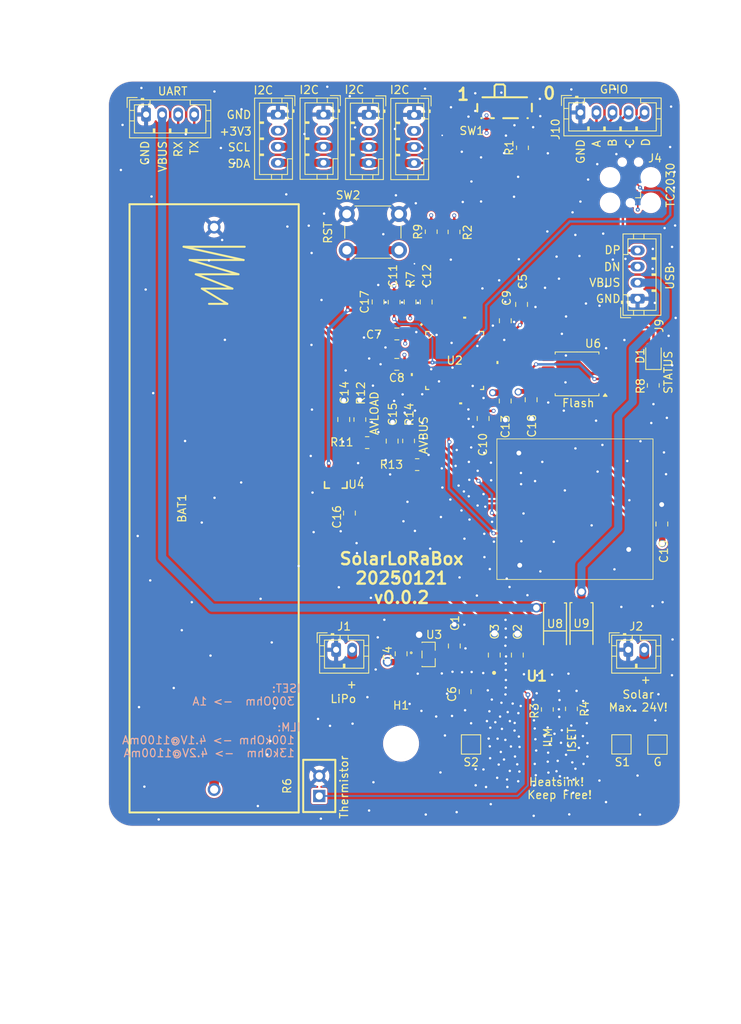
<source format=kicad_pcb>
(kicad_pcb (version 20240108) (generator "pcbnew") (generator_version "8.0")
  (layers (0 "F.Cu" signal) (1 "In1.Cu" signal) (2 "In2.Cu" signal) (31 "B.Cu" signal) (34 "B.Paste" user) (35 "F.Paste" user) (36 "B.SilkS" user "B.Silkscreen") (37 "F.SilkS" user "F.Silkscreen") (38 "B.Mask" user) (39 "F.Mask" user) (44 "Edge.Cuts" user))
  (net 0 "")
  (net 1 "/VLOAD")
  (net 2 "GND")
  (net 3 "/VLIPO")
  (net 4 "/+3V3")
  (net 5 "/ADC_LIPO")
  (net 6 "/ADC_VBUS")
  (net 7 "/RESET")
  (net 8 "/U_TX")
  (net 9 "/U_RX")
  (net 10 "Net-(J3-Pin_2)")
  (net 11 "/VBUS")
  (net 12 "Net-(U1-ILM{slash}VSET)")
  (net 13 "Net-(U1-ISET)")
  (net 14 "Net-(U1-TS{slash}MR)")
  (net 15 "/LED_STATUS")
  (net 16 "Net-(D1-K)")
  (net 17 "/DEBUG_SWCLK")
  (net 18 "/DEBUG_SWO")
  (net 19 "/DEBUG_SWDIO")
  (net 20 "/I2C1_SCL")
  (net 21 "/I2C1_SDA")
  (net 22 "/USB_DN")
  (net 23 "/USB_DP")
  (net 24 "Net-(R1-Pad2)")
  (net 25 "/BOOT0")
  (net 26 "Net-(U1-STAT1)")
  (net 27 "Net-(U1-STAT2)")
  (net 28 "/RADIO_SCK")
  (net 31 "/FLASH_SCK")
  (net 33 "/RADIO_MOSI")
  (net 34 "/RADIO_CS")
  (net 35 "/RADIO_BUSY")
  (net 36 "/FLASH_MISO")
  (net 38 "/FLASH_RESET")
  (net 39 "/RADIO_RST")
  (net 40 "/RADIO_MISO")
  (net 41 "/FLASH_WP")
  (net 44 "/FLASH_MOSI")
  (net 45 "/RADIO_DIO1")
  (net 46 "/FLASH_CS")
  (net 54 "Net-(J9-Pin_2)")
  (net 55 "/GPIO1")
  (net 56 "/GPIO3")
  (net 57 "/GPIO2")
  (net 58 "/GPIO4")
  (footprint "Capacitor_SMD:C_0805_2012Metric_Pad1.18x1.45mm_HandSolder" (layer "F.Cu") (at 234.08 100.7625 -90)
    (property "Reference" "C2")
    (property "Value" "1uF" (hide yes))
  )
  (footprint "Capacitor_SMD:C_0805_2012Metric_Pad1.18x1.45mm_HandSolder" (layer "F.Cu") (at 219.6 100.6 90)
    (property "Reference" "C4")
    (property "Value" "4.7uF" (hide yes))
  )
  (footprint "footprints:RES-TH_L6.5-W4.0-P2.50-D0.5" (layer "F.Cu") (at 209.4 117.05 90)
    (property "Reference" "R6")
    (property "Value" "MF11-103")
  )
  (footprint "Resistor_SMD:R_0805_2012Metric_Pad1.20x1.40mm_HandSolder" (layer "F.Cu") (at 221.6 77.06 180)
    (property "Reference" "R13")
    (property "Value" "910k")
  )
  (footprint "Resistor_SMD:R_0805_2012Metric_Pad1.20x1.40mm_HandSolder" (layer "F.Cu") (at 240.82 107.46 -90)
    (property "Reference" "R4")
    (property "Value" "300")
  )
  (footprint "Resistor_SMD:R_0805_2012Metric_Pad1.20x1.40mm_HandSolder" (layer "F.Cu") (at 234.72 37.63 90)
    (property "Reference" "R1")
    (property "Value" "100k" (hide yes))
  )
  (footprint "Capacitor_SMD:C_0805_2012Metric_Pad1.18x1.45mm_HandSolder" (layer "F.Cu") (at 212.45 71.4425 90)
    (property "Reference" "C14")
    (property "Value" "100nF")
  )
  (footprint "MountingHole:MountingHole_4.3mm_M4_DIN965" (layer "F.Cu") (at 219.59 111.78)
    (property "Reference" "H1")
    (property "Value" "MountingHole")
  )
  (footprint "footprints:SW-SMD_SSSS811101" (layer "F.Cu") (at 232.49 33.09 180)
    (property "Reference" "SW1")
    (property "Value" "SSSS811101" (hide yes))
  )
  (footprint "footprints:SOT23-3" (layer "F.Cu") (at 211.46 79.29 180)
    (property "Reference" "U4")
    (property "Value" "APX803L05-32SA-7" (hide yes))
  )
  (footprint "Resistor_SMD:R_0805_2012Metric_Pad1.20x1.40mm_HandSolder" (layer "F.Cu") (at 237.82 107.5325 -90)
    (property "Reference" "R3")
    (property "Value" "100k" (hide yes))
  )
  (footprint "Capacitor_SMD:C_0805_2012Metric_Pad1.18x1.45mm_HandSolder" (layer "F.Cu") (at 235.800001 68.9839 -90)
    (property "Reference" "C18")
    (property "Value" "100nF" (hide yes))
  )
  (footprint "Capacitor_SMD:C_0805_2012Metric_Pad1.18x1.45mm_HandSolder" (layer "F.Cu") (at 219.062501 64.5764 180)
    (property "Reference" "C8")
    (property "Value" "100nF")
  )
  (footprint "Capacitor_SMD:C_0805_2012Metric_Pad1.18x1.45mm_HandSolder" (layer "F.Cu") (at 232.57 69.14 -90)
    (property "Reference" "C13")
    (property "Value" "4.7uF" (hide yes))
  )
  (footprint "Connector_JST:JST_PH_B4B-PH-K_1x04_P2.00mm_Vertical" (layer "F.Cu") (at 187.82 33.48)
    (property "Reference" "J3" (hide yes))
    (property "Value" "Conn_01x04_Socket" (hide yes))
  )
  (footprint "Resistor_SMD:R_0805_2012Metric_Pad1.20x1.40mm_HandSolder" (layer "F.Cu") (at 251.02 67.2025 -90)
    (property "Reference" "R8")
    (property "Value" "R" (hide yes))
  )
  (footprint "Resistor_SMD:R_0805_2012Metric_Pad1.20x1.40mm_HandSolder" (layer "F.Cu") (at 223.35 48.07 90)
    (property "Reference" "R9")
    (property "Value" "10k")
  )
  (footprint "footprints:SMA_L4.3-W2.6-LS5.1-RD" (layer "F.Cu") (at 238.77 96.87 90)
    (property "Reference" "U9")
    (property "Value" "SS26_C5350986" (hide yes))
  )
  (footprint "LED_SMD:LED_0805_2012Metric" (layer "F.Cu") (at 251.04 63.53 90)
    (property "Reference" "D1")
    (property "Value" "LED" (hide yes))
  )
  (footprint "Resistor_SMD:R_0805_2012Metric_Pad1.20x1.40mm_HandSolder" (layer "F.Cu") (at 226.19 48.1 90)
    (property "Reference" "R2")
    (property "Value" "10k")
  )
  (footprint "Capacitor_SMD:C_0805_2012Metric_Pad1.18x1.45mm_HandSolder" (layer "F.Cu") (at 220.720001 56.8164 90)
    (property "Reference" "C11")
    (property "Value" "1uF")
  )
  (footprint "Capacitor_SMD:C_0805_2012Metric_Pad1.18x1.45mm_HandSolder" (layer "F.Cu") (at 222.720001 56.8164 90)
    (property "Reference" "C12")
    (property "Value" "100nF")
  )
  (footprint "Resistor_SMD:R_0805_2012Metric_Pad1.20x1.40mm_HandSolder" (layer "F.Cu") (at 220.53 74.11 90)
    (property "Reference" "R14")
    (property "Value" "130k")
  )
  (footprint "Capacitor_SMD:C_0805_2012Metric_Pad1.18x1.45mm_HandSolder" (layer "F.Cu") (at 227.58 105.32 -90)
    (property "Reference" "C6")
    (property "Value" "1uF" (hide yes))
  )
  (footprint "Resistor_SMD:R_0805_2012Metric_Pad1.20x1.40mm_HandSolder" (layer "F.Cu") (at 215.37 74.32 180)
    (property "Reference" "R11")
    (property "Value" "1M")
  )
  (footprint "Resistor_SMD:R_0805_2012Metric_Pad1.20x1.40mm_HandSolder" (layer "F.Cu") (at 218.730001 56.8364 -90)
    (property "Reference" "R7")
    (property "Value" "100k")
  )
  (footprint "Connector_JST:JST_PH_B4B-PH-K_1x04_P2.00mm_Vertical" (layer "F.Cu") (at 221.22 33.53 -90)
    (property "Reference" "J8" (hide yes))
    (property "Value" "Conn_01x04_Socket" (hide yes))
  )
  (footprint "footprints:SON40P220X200X80-11N" (layer "F.Cu") (at 232.65625 104.375)
    (property "Reference" "U1")
    (property "Value" "BQ25185" (hide yes))
  )
  (footprint "Capacitor_SMD:C_0805_2012Metric_Pad1.18x1.45mm_HandSolder" (layer "F.Cu") (at 213.16 83.09 90)
    (property "Reference" "C16")
    (property "Value" "1uF" (hide yes))
  )
  (footprint "footprints:SOT-23-3_L2.9-W1.6-P1.90-LS2.8-BR-CW" (layer "F.Cu") (at 223.09 100.68 180)
    (property "Reference" "U3")
    (property "Value" "HE9073A30MR")
  )
  (footprint "Capacitor_SMD:C_0805_2012Metric_Pad1.18x1.45mm_HandSolder" (layer "F.Cu") (at 252.09 84.45 90)
    (property "Reference" "C19")
    (property "Value" "100nF" (hide yes))
  )
  (footprint "OwnLib:HT-RA62" (layer "F.Cu") (at 239.635 100.605 180)
    (property "Reference" "U7" (hide yes))
    (property "Value" "~")
  )
  (footprint "Connector_JST:JST_PH_B4B-PH-K_1x04_P2.00mm_Vertical" (layer "F.Cu") (at 209.92 33.49 -90)
    (property "Reference" "J7" (hide yes))
    (property "Value" "Conn_01x04_Socket" (hide yes))
  )
  (footprint "Capacitor_SMD:C_0805_2012Metric_Pad1.18x1.45mm_HandSolder" (layer "F.Cu") (at 234.61 57.12 90)
    (property "Reference" "C5")
    (property "Value" "100nF" (hide yes))
  )
  (footprint "Connector_JST:JST_PH_B5B-PH-K_1x05_P2.00mm_Vertical" (layer "F.Cu") (at 241.94 33.23)
    (property "Reference" "J10")
    (property "Value" "Conn_01x05_Socket" (hide yes))
  )
  (footprint "Capacitor_SMD:C_0805_2012Metric_Pad1.18x1.45mm_HandSolder" (layer "F.Cu") (at 219.070001 60.7964 180)
    (property "Reference" "C7")
    (property "Value" "100nF")
  )
  (footprint "Button_Switch_THT:SW_PUSH_6mm" (layer "F.Cu") (at 212.83 45.87)
    (property "Reference" "SW2")
    (property "Value" "SW_Push" (hide yes))
  )
  (footprint "Connector_JST:JST_PH_B4B-PH-K_1x04_P2.00mm_Vertical" (layer "F.Cu") (at 249.06 56.41 90)
    (property "Reference" "J9")
    (property "Value" "Conn_01x04_Socket" (hide yes))
  )
  (footprint "Package_SO:SOIC-8_5.23x5.23mm_P1.27mm" (layer "F.Cu") (at 241.520001 65.7664 180)
    (property "Reference" "U6")
    (property "Value" "W25Q128JVS")
  )
  (footprint "TestPoint:TestPoint_Pad_2.0x2.0mm" (layer "F.Cu") (at 251.54 111.91)
    (property "Reference" "TP3" (hide yes))
    (property "Value" "TestPoint" (hide yes))
  )
  (footprint "TestPoint:TestPoint_Pad_2.0x2.0mm" (layer "F.Cu") (at 247.05 111.88)
    (property "Reference" "TP1" (hide yes))
    (property "Value" "TestPoint" (hide yes))
  )
  (footprint "footprints:LQFP48_STM" (layer "F.Cu") (at 226.27 64.1)
    (property "Reference" "U2")
    (property "Value" "STM32U083CCT6")
  )
  (footprint "Resistor_SMD:R_0805_2012Metric_Pad1.20x1.40mm_HandSolder" (layer "F.Cu") (at 214.46 71.45 90)
    (property "Reference" "R12")
    (property "Value" "1M")
  )
  (footprint "Connector_JST:JST_PH_B4B-PH-K_1x04_P2.00mm_Vertical" (layer "F.Cu") (at 204.25 33.5 -90)
    (property "Reference" "J5" (hide yes))
    (property "Value" "Conn_01x04_Socket" (hide yes))
  )
  (footprint "Capacitor_SMD:C_0805_2012Metric_Pad1.18x1.45mm_HandSolder" (layer "F.Cu") (at 232.58 59.1525 90)
    (property "Reference" "C9")
    (property "Value" "1uF" (hide yes))
  )
  (footprint "Capacitor_SMD:C_0805_2012Metric_Pad1.18x1.45mm_HandSolder" (layer "F.Cu") (at 231.21 100.7625 -90)
    (property "Reference" "C3")
    (property "Value" "10uF" (hide yes))
  )
  (footprint "Capacitor_SMD:C_0805_2012Metric_Pad1.18x1.45mm_HandSolder" (layer "F.Cu") (at 218.48 74.13 90)
    (property "Reference" "C15")
    (property "Value" "100nF")
  )
  (footprint "Capacitor_SMD:C_0805_2012Metric_Pad1.18x1.45mm_HandSolder" (layer "F.Cu") (at 216.73 56.8125 90)
    (property "Reference" "C17")
    (property "Value" "100nF")
  )
  (footprint "Connector_JST:JST_PH_B2B-PH-K_1x02_P2.00mm_Vertical" (layer "F.Cu") (at 247.9 100.1)
    (property "Reference" "J2")
    (property "Value" "Conn_01x02_Socket")
  )
  (footprint "Connector:Tag-Connect_TC2030-IDC-FP_2x03_P1.27mm_Vertical" (layer "F.Cu") (at 248.17 41.94 90)
    (property "Reference" "J4")
    (property "Value" "Conn_ARM_SWD_TagConnect_TC2030" (hide yes))
  )
  (footprint "Connector_JST:JST_PH_B4B-PH-K_1x04_P2.00mm_Vertical" (layer "F.Cu") (at 215.58 33.52 -90)
    (property "Reference" "J6" (hide yes))
    (property "Value" "Conn_01x04_Socket" (hide yes))
  )
  (footprint "Connector_JST:JST_PH_B2B-PH-K_1x02_P2.00mm_Vertical" (layer "F.Cu") (at 211.5 100.1)
    (property "Reference" "J1")
    (property "Value" "Conn_01x02_Socket")
  )
  (footprint "footprints:SMA_L4.3-W2.6-LS5.1-RD" (layer "F.Cu") (at 242.07 96.84 90)
    (property "Reference" "U8")
    (property "Value" "SS26_C5350986")
  )
  (footprint "Capacitor_SMD:C_0805_2012Metric_Pad1.18x1.45mm_HandSolder" (layer "F.Cu") (at 226.23 99.63 90)
    (property "Reference" "C1")
    (property "Value" "4.7uF" (hide yes))
  )
  (footprint "Capacitor_SMD:C_0805_2012Metric_Pad1.18x1.45mm_HandSolder" (layer "F.Cu") (at 229.820001 71.3164 -90)
    (property "Reference" "C10")
    (property "Value" "100nF" (hide yes))
  )
  (footprint "TestPoint:TestPoint_Pad_2.0x2.0mm" (layer "F.Cu") (at 228.31 111.89)
    (property "Reference" "TP2" (hide yes))
    (property "Value" "TestPoint" (hide yes))
  )
  (footprint "footprints:BAT-TH_BH-18650-A1AJ005" (layer "F.Cu") (at 196.3 82.5 90)
    (property "Reference" "BAT1")
    (property "Value" "Battery_Cell")
  )
  (gr_line (start 250.4 29.3) (end 188.1 29.3) (stroke (width 0.02)) (layer "Edge.Cuts"))
  (gr_line (start 186.1 122.1) (end 187.1 122.1) (stroke (width 0.02)) (layer "Edge.Cuts"))
  (gr_line (start 250.4 122.1) (end 251.4 122.1) (stroke (width 0.02)) (layer "Edge.Cuts"))
  (gr_line (start 251.4 29.3) (end 250.4 29.3) (stroke (width 0.02)) (layer "Edge.Cuts"))
  (gr_arc (start 186.1 122.1) (mid 183.97868 121.22132) (end 183.1 119.1) (stroke (width 0.02)) (layer "Edge.Cuts"))
  (gr_line (start 254.4 119.1) (end 254.4 99.1) (stroke (width 0.02)) (layer "Edge.Cuts"))
  (gr_line (start 187.1 122.1) (end 250.4 122.1) (stroke (width 0.02)) (layer "Edge.Cuts"))
  (gr_line (start 183.1 99.1) (end 183.1 119.1) (stroke (width 0.02)) (layer "Edge.Cuts"))
  (gr_arc (start 254.4 119.1) (mid 253.52132 121.22132) (end 251.4 122.1) (stroke (width 0.02)) (layer "Edge.Cuts"))
  (gr_line (start 188.1 29.3) (end 186.1 29.3) (stroke (width 0.02)) (layer "Edge.Cuts"))
  (gr_line (start 254.4 99.1) (end 254.4 32.3) (stroke (width 0.02)) (layer "Edge.Cuts"))
  (gr_line (start 183.1 32.3) (end 183.1 99.1) (stroke (width 0.02)) (layer "Edge.Cuts"))
  (gr_arc (start 183.1 32.3) (mid 183.97868 30.17868) (end 186.1 29.3) (stroke (width 0.02)) (layer "Edge.Cuts"))
  (gr_arc (start 251.4 29.3) (mid 253.52132 30.17868) (end 254.4 32.3) (stroke (width 0.02)) (layer "Edge.Cuts"))
  (gr_text "ISET:\n 300Ohm  -> 1A \n\nILM:\n 100kOhm -> 4.1V@1100mA\n 13kOhm  -> 4.2V@1100mA\n " (at 207.18 115.16 0) (layer "B.SilkS") (effects (font (size 1 1)) (justify left bottom mirror)))
  (gr_text "SDA" (at 197.89 40.18 0) (layer "F.SilkS") (effects (font (size 1 1) (thickness 0.153)) (justify left bottom)))
  (gr_text "G" (at 250.96 114.65 0) (layer "F.SilkS") (effects (font (size 1 1)) (justify left bottom)))
  (gr_text "." (at 221.65 59.89 0) (layer "F.SilkS") (effects (font (size 1.5 1.5) (thickness 0.1875)) (justify left bottom)))
  (gr_text "GPIO" (at 244.27 30.94 0) (layer "F.SilkS") (effects (font (size 1 1)) (justify left bottom)))
  (gr_text "RST" (at 211.07 49.65 90) (layer "F.SilkS") (effects (font (size 1 1) (thickness 0.153)) (justify left bottom)))
  (gr_text "GND" (at 188.27 39.91 90) (layer "F.SilkS") (effects (font (size 1 1) (thickness 0.153)) (justify left bottom)))
  (gr_text "RX" (at 192.42 38.89 90) (layer "F.SilkS") (effects (font (size 1 1) (thickness 0.153)) (justify left bottom)))
  (gr_text "1" (at 226.42 31.85 0) (layer "F.SilkS") (effects (font (size 1.5 1.5) (thickness 0.3) (bold yes)) (justify left bottom)))
  (gr_text "GND\n" (at 243.78 57 0) (layer "F.SilkS") (effects (font (size 1 1) (thickness 0.153)) (justify left bottom)))
  (gr_text "Flash" (at 239.57 69.98 0) (layer "F.SilkS") (effects (font (size 1 1) (thickness 0.153)) (justify left bottom)))
  (gr_text "DN" (at 244.78 53.04 0) (layer "F.SilkS") (effects (font (size 1 1) (thickness 0.153)) (justify left bottom)))
  (gr_text "TX" (at 194.41 38.58 90) (layer "F.SilkS") (effects (font (size 1 1) (thickness 0.153)) (justify left bottom)))
  (gr_text "VBUS" (at 190.47 40.74 90) (layer "F.SilkS") (effects (font (size 1 1) (thickness 0.153)) (justify left bottom)))
  (gr_text "TC2030" (at 253.74 45.15 90) (layer "F.SilkS") (effects (font (size 1 1)) (justify left bottom)))
  (gr_text "AVLOAD" (at 216.85 73.48 90) (layer "F.SilkS") (effects (font (size 1 1) (thickness 0.153)) (justify left bottom)))
  (gr_text "Heatsink! \nKeep Free!" (at 239.35 118.75 0) (layer "F.SilkS") (effects (font (size 1 1)) (justify bottom)))
  (gr_text "C" (at 248.7 37.57 90) (layer "F.SilkS") (effects (font (size 1 1) (thickness 0.153)) (justify left bottom)))
  (gr_text "B" (at 246.53 37.6 90) (layer "F.SilkS") (effects (font (size 1 1) (thickness 0.153)) (justify left bottom)))
  (gr_text "SolarLoRaBox\n20250121\nv0.0.2" (at 219.65 94.48 0) (layer "F.SilkS") (effects (font (size 1.5 1.5) (thickness 0.3) (bold yes)) (justify bottom)))
  (gr_text "GND" (at 242.55 39.72 90) (layer "F.SilkS") (effects (font (size 1 1)) (justify left bottom)))
  (gr_text "0" (at 237.15 31.72 0) (layer "F.SilkS") (effects (font (size 1.5 1.5) (thickness 0.3) (bold yes)) (justify left bottom)))
  (gr_text "S2\n" (at 227.27 114.68 0) (layer "F.SilkS") (effects (font (size 1 1)) (justify left bottom)))
  (gr_text "VBUS" (at 242.95 55 0) (layer "F.SilkS") (effects (font (size 1 1) (thickness 0.153)) (justify left bottom)))
  (gr_text "GND" (at 197.76 34.11 0) (layer "F.SilkS") (effects (font (size 1 1) (thickness 0.153)) (justify left bottom)))
  (gr_text "UART" (at 189.2 31.17 0) (layer "F.SilkS") (effects (font (size 1 1) (thickness 0.153)) (justify left bottom)))
  (gr_text "AVBUS\n" (at 222.99 75.86 90) (layer "F.SilkS") (effects (font (size 1 1) (thickness 0.153)) (justify left bottom)))
  (gr_text "SCL" (at 197.92 38.14 0) (layer "F.SilkS") (effects (font (size 1 1) (thickness 0.153)) (justify left bottom)))
  (gr_text "STATUS" (at 253.469999 68.3411 90) (layer "F.SilkS") (effects (font (size 1 1)) (justify left bottom)))
  (gr_text "DP" (at 244.85 50.94 0) (layer "F.SilkS") (effects (font (size 1 1) (thickness 0.153)) (justify left bottom)))
  (gr_text "I2C" (at 218.1 31 0) (layer "F.SilkS") (effects (font (size 1 1) (thickness 0.153)) (justify left bottom)))
  (gr_text "+" (at 249.36 104.4 0) (layer "F.SilkS") (effects (font (size 1 1) (thickness 0.153)) (justify left bottom)))
  (gr_text "S1\n" (at 246.12 114.67 0) (layer "F.SilkS") (effects (font (size 1 1)) (justify left bottom)))
  (gr_text "I2C" (at 212.46 30.98 0) (layer "F.SilkS") (effects (font (size 1 1) (thickness 0.153)) (justify left bottom)))
  (gr_text "LiPo" (at 210.7 106.8 0) (layer "F.SilkS") (effects (font (size 1 1) (thickness 0.153)) (justify left bottom)))
  (gr_text "I2C" (at 201.12 31.05 0) (layer "F.SilkS") (effects (font (size 1 1) (thickness 0.153)) (justify left bottom)))
  (gr_text "A" (at 244.53 37.66 90) (layer "F.SilkS") (effects (font (size 1 1) (thickness 0.153)) (justify left bottom)))
  (gr_text "I2C" (at 206.83 31 0) (layer "F.SilkS") (effects (font (size 1 1) (thickness 0.153)) (justify left bottom)))
  (gr_text "+3V3" (at 196.88 36.18 0) (layer "F.SilkS") (effects (font (size 1 1) (thickness 0.153)) (justify left bottom)))
  (gr_text "+" (at 214.16 103.96 180) (layer "F.SilkS") (effects (font (size 1 1) (thickness 0.153)) (justify left bottom)))
  (gr_text "ILM" (at 238.47 112.34 90) (layer "F.SilkS") (effects (font (size 1 1) (thickness 0.153)) (justify left bottom)))
  (gr_text "USB" (at 253.68 55.38 90) (layer "F.SilkS") (effects (font (size 1 1) (thickness 0.153)) (justify left bottom)))
  (gr_text "Thermistor" (at 213.07 121.22 90) (layer "F.SilkS") (effects (font (size 1 1) (thickness 0.153)) (justify left bottom)))
  (gr_text "Solar\nMax. 24V!" (at 249.14 107.86 0) (layer "F.SilkS") (effects (font (size 1 1) (thickness 0.153)) (justify bottom)))
  (gr_text "ISET" (at 241.46 112.9575 90) (layer "F.SilkS") (effects (font (size 1 1) (thickness 0.153)) (justify left bottom)))
  (gr_text "D" (at 250.68 37.54 90) (layer "F.SilkS") (effects (font (size 1 1) (thickness 0.153)) (justify left bottom)))
  (segment (start 228.6 101.8) (end 227.3625 101.8) (width 1) (layer "F.Cu") (net 1))
  (segment (start 213.22 81.9925) (end 213.16 82.0525) (width 1) (layer "F.Cu") (net 1))
  (segment (start 216.2875 81.9925) (end 213.22 81.9925) (width 1) (layer "F.Cu") (net 1))
  (segment (start 211.46 80.39) (end 211.46 81.9825) (width 0.8) (layer "F.Cu") (net 1))
  (segment (start 211.53 82.0525) (end 213.16 82.0525) (width 0.8) (layer "F.Cu") (net 1))
  (segment (start 216.37 81.91) (end 216.37 83.98) (width 1) (layer "F.Cu") (net 1))
  (segment (start 216.37 74.32) (end 216.37 81.91) (width 1) (layer "F.Cu") (net 1))
  (segment (start 211.46 81.9825) (end 211.53 82.0525) (width 0.8) (layer "F.Cu") (net 1))
  (segment (start 227.3625 101.8) (end 226.23 100.6675) (width 1) (layer "F.Cu") (net 1))
  (segment (start 228.85 101.8) (end 231.21 101.8) (width 1) (layer "F.Cu") (net 1))
  (segment (start 228.85 101.8) (end 228.6 101.8) (width 1) (layer "F.Cu") (net 1))
  (segment (start 216.37 81.91) (end 216.2875 81.9925) (width 1) (layer "F.Cu") (net 1))
  (segment (start 228.85 96.46) (end 228.85 101.8) (width 1) (layer "F.Cu") (net 1))
  (segment (start 216.37 83.98) (end 228.85 96.46) (width 1) (layer "F.Cu") (net 1))
  (segment (start 224.34 100.68) (end 226.2175 100.68) (width 0.7) (layer "F.Cu") (net 1))
  (segment (start 223.350001 65.1864) (end 223.013602 64.850001) (width 0.3) (layer "F.Cu") (net 2))
  (segment (start 214.46 70.45) (end 214.46 69.0225) (width 0.8) (layer "F.Cu") (net 2))
  (segment (start 224.019999 60.916398) (end 224.020001 60.9164) (width 0.3) (layer "F.Cu") (net 2))
  (segment (start 234.365 89.605) (end 234.38 89.59) (width 1) (layer "F.Cu") (net 2))
  (segment (start 228.84 33.74) (end 228 33.74) (width 0.3) (layer "F.Cu") (net 2))
  (segment (start 224.019999 59.8836) (end 224.019999 60.916398) (width 0.3) (layer "F.Cu") (net 2))
  (segment (start 218.025001 64.5764) (end 217.050001 64.5764) (width 0.3) (layer "F.Cu") (net 2))
  (segment (start 218.48 71.83) (end 218.529975 71.780025) (width 1) (layer "F.Cu") (net 2))
  (segment (start 243.975001 63.8614) (end 243.970001 63.8664) (width 0.3) (layer "F.Cu") (net 2))
  (segment (start 252.09 82.05) (end 252.07 82.03) (width 1) (layer "F.Cu") (net 2))
  (segment (start 222.720001 55.7789) (end 222.720001 54.8664) (width 0.3) (layer "F.Cu") (net 2))
  (segment (start 220.53 71.87) (end 220.57 71.83) (width 1) (layer "F.Cu") (net 2))
  (segment (start 234.08 98.1325) (end 234.1 98.1125) (width 1) (layer "F.Cu") (net 2))
  (segment (start 218.032501 60.7964) (end 216.8664 60.7964) (width 0.3) (layer "F.Cu") (net 2))
  (segment (start 234.255 75.605) (end 234.27 75.62) (width 1) (layer "F.Cu") (net 2))
  (segment (start 249.745 87.615) (end 247.965 87.615) (width 1) (layer "F.Cu") (net 2))
  (segment (start 232.58 58.115) (end 232.58 56.81) (width 0.3) (layer "F.Cu") (net 2))
  (segment (start 234.08 99.725) (end 234.08 98.1325) (width 1) (layer "F.Cu") (net 2))
  (segment (start 252.09 83.4125) (end 252.09 82.05) (width 1) (layer "F.Cu") (net 2))
  (segment (start 216.73 55.775) (end 216.73 54.72) (width 0.3) (layer "F.Cu") (net 2))
  (segment (start 235.800001 70.0214) (end 235.800001 71.280001) (width 0.8) (layer "F.Cu") (net 2))
  (segment (start 227.57 107.63) (end 227.58 107.62) (width 0.3) (layer "F.Cu") (net 2))
  (segment (start 228.520001 68.3164) (end 228.520001 67.2664) (width 0.3) (layer "F.Cu") (net 2))
  (segment (start 232.140001 61.849999) (end 232.45 61.54) (width 0.3) (layer "F.Cu") (net 2))
  (segment (start 245.120001 63.8614) (end 243.975001 63.8614) (width 0.6) (layer "F.Cu") (net 2))
  (segment (start 220.720001 55.7789) (end 222.720001 55.7789) (width 0.3) (layer "F.Cu") (net 2))
  (segment (start 216.8664 60.7964) (end 216.83 60.76) (width 0.3) (layer "F.Cu") (net 2))
  (segment (start 240.82 108.46) (end 240.82 109.5175) (width 0.3) (layer "F.Cu") (net 2))
  (segment (start 229.820001 72.3539) (end 228.5739 72.3539) (width 0.3) (layer "F.Cu") (net 2))
  (segment (start 226.23 98.5925) (end 226.22 96.94) (width 1) (layer "F.Cu") (net 2))
  (segment (start 232.57 71.48) (end 232.58 71.49) (width 0.8) (layer "F.Cu") (net 2))
  (segment (start 221.84 99.73) (end 221.84 98.23) (width 0.7) (layer "F.Cu") (net 2))
  (segment (start 214.5175 69.6025) (end 214.52 69.6) (width 0.6) (layer "F.Cu") (net 2))
  (segment (start 232.735 89.605) (end 234.365 89.605) (width 1) (layer "F.Cu") (net 2))
  (segment (start 212.5075 69.6525) (end 212.51 69.65) (width 0.6) (layer "F.Cu") (net 2))
  (segment (start 231.21 98.0825) (end 231.24 98.0525) (width 1) (layer "F.Cu") (net 2))
  (segment (start 228.84 31.54) (end 228.84 30.84) (width 0.3) (layer "F.Cu") (net 2))
  (segment (start 237.82 109.74) (end 237.86 109.78) (width 0.3) (layer "F.Cu") (net 2))
  (segment (start 228.84 33.74) (end 228.84 33.04) (width 0.3) (layer "F.Cu") (net 2))
  (segment (start 230.4864 61.849999) (end 229.540001 61.849999) (width 0.3) (layer "F.Cu") (net 2))
  (segment (start 232.57 70.1775) (end 232.57 71.48) (width 0.8) (layer "F.Cu") (net 2))
  (segment (start 230.4864 61.849999) (end 232.140001 61.849999) (width 0.3) (layer "F.Cu") (net 2))
  (segment (start 251.02 69.51) (end 251.02 68.2025) (width 0.3) (layer "F.Cu") (net 2))
  (segment (start 231.21 99.725) (end 231.21 98.0825) (width 1) (layer "F.Cu") (net 2))
  (segment (start 220.53 73.11) (end 220.53 71.87) (width 1) (layer "F.Cu") (net 2))
  (segment (start 227.58 107.62) (end 227.58 106.3575) (width 0.3) (layer "F.Cu") (net 2))
  (segment (start 212.45 70.405) (end 212.45 69.0725) (width 0.8) (layer "F.Cu") (net 2))
  (segment (start 236.14 33.74) (end 236.89 33.74) (width 0.3) (layer "F.Cu") (net 2))
  (segment (start 235.800001 71.280001) (end 235.86 71.34) (width 0.8) (layer "F.Cu") (net 2))
  (segment (start 221.84 99.73) (end 219.7675 99.73) (width 0.7) (layer "F.Cu") (net 2))
  (segment (start 237.82 108.5325) (end 237.82 109.74) (width 0.3) (layer "F.Cu") (net 2))
  (segment (start 216.73 54.72) (end 216.75 54.7) (width 0.3) (layer "F.Cu") (net 2))
  (segment (start 232.735 75.605) (end 234.255 75.605) (width 1) (layer "F.Cu") (net 2))
  (segment (start 220.720001 55.7789) (end 220.720001 54.8664) (width 0.3) (layer "F.Cu") (net 2))
  (segment (start 234.61 56.0825) (end 234.61 54.92) (width 0.3) (layer "F.Cu") (net 2))
  (segment (start 251.04 69.53) (end 251.02 69.51) (width 0.3) (layer "F.Cu") (net 2))
  (segment (start 223.013602 64.850001) (end 222.0536 64.850001) (width 0.3) (layer "F.Cu") (net 2))
  (segment (start 218.48 73.0925) (end 218.48 71.83) (width 1) (layer "F.Cu") (net 2))
  (segment (start 228 33.74) (end 227.99 33.75) (width 0.3) (layer "F.Cu") (net 2))
  (segment (start 236.14 31.54) (end 236.89 31.54) (width 0.3) (layer "F.Cu") (net 2))
  (segment (start 228.5739 72.3539) (end 228.56 72.34) (width 0.3) (layer "F.Cu") (net 2))
  (segment (start 247.965 87.615) (end 247.96 87.62) (width 1) (layer "F.Cu") (net 2))
  (segment (start 229.540001 61.849999) (end 229.1 62.29) (width 0.3) (layer "F.Cu") (net 2))
  (segment (start 217.050001 64.5764) (end 217.040001 64.5664) (width 0.3) (layer "F.Cu") (net 2))
  (segment (start 236.89 33.74) (end 236.94 33.69) (width 0.3) (layer "F.Cu") (net 2))
  (segment (start 240.82 109.5175) (end 240.8 109.5375) (width 0.3) (layer "F.Cu") (net 2))
  (via (at 202.09 93.76) (size 0.5) (drill 0.3) (layers "F.Cu" "B.Cu") (net 2))
  (via (at 227.49 86.28) (size 0.5) (drill 0.3) (layers "F.Cu" "B.Cu") (net 2))
  (via (at 231.93 108.42) (size 0.5) (drill 0.3) (layers "F.Cu" "B.Cu") (net 2))
  (via (at 215.95 71.77) (size 0.5) (drill 0.3) (layers "F.Cu" "B.Cu") (net 2))
  (via (at 208.49 70.21) (size 0.5) (drill 0.3) (layers "F.Cu" "B.Cu") (net 2))
  (via (at 230.09 82.3) (size 0.5) (drill 0.3) (layers "F.Cu" "B.Cu") (net 2))
  (via (at 219.02 91.21) (size 0.5) (drill 0.3) (layers "F.Cu" "B.Cu") (net 2))
  (via (at 240.15 58.62) (size 0.5) (drill 0.3) (layers "F.Cu" "B.Cu") (net 2))
  (via (at 201.75 119.55) (size 0.5) (drill 0.3) (layers "F.Cu" "B.Cu") (net 2))
  (via (at 212.45 69.0725) (size 0.9) (drill 0.6) (layers "F.Cu" "B.Cu") (net 2))
  (via (at 241.04 117.9) (size 0.5) (drill 0.3) (layers "F.Cu" "B.Cu") (net 2))
  (via (at 230.71 109.8) (size 0.5) (drill 0.3) (layers "F.Cu" "B.Cu") (net 2))
  (via (at 208.43 62.16) (size 0.5) (drill 0.3) (layers "F.Cu" "B.Cu") (net 2))
  (via (at 214.24 76.87) (size 0.5) (drill 0.3) (layers "F.Cu" "B.Cu") (net 2))
  (via (at 242.9 41.58) (size 0.5) (drill 0.3) (layers "F.Cu" "B.Cu") (net 2))
  (via (at 221.43 44.53) (size 0.5) (drill 0.3) (layers "F.Cu" "B.Cu") (net 2))
  (via (at 242.63 57.01) (size 0.5) (drill 0.3) (layers "F.Cu" "B.Cu") (net 2))
  (via (at 232.42 113.76) (size 0.5) (drill 0.3) (layers "F.Cu" "B.Cu") (net 2))
  (via (at 228.32 109.25) (size 0.5) (drill 0.3) (layers "F.Cu" "B.Cu") (net 2))
  (via (at 234.27 51.5) (size 0.5) (drill 0.3) (layers "F.Cu" "B.Cu") (net 2))
  (via (at 205.43 47.43) (size 0.5) (drill 0.3) (layers "F.Cu" "B.Cu") (net 2))
  (via (at 239.34 106.36) (size 0.5) (drill 0.3) (layers "F.Cu" "B.Cu") (net 2))
  (via (at 244.78 48.31) (size 0.5) (drill 0.3) (layers "F.Cu" "B.Cu") (net 2))
  (via (at 253.67 40.63) (size 0.5) (drill 0.3) (layers "F.Cu" "B.Cu") (net 2))
  (via (at 239.62 110.12) (size 0.5) (drill 0.3) (layers "F.Cu" "B.Cu") (net 2))
  (via (at 222.58 30.27) (size 0.5) (drill 0.3) (layers "F.Cu" "B.Cu") (net 2))
  (via (at 229.13 82.15) (size 0.5) (drill 0.3) (layers "F.Cu" "B.Cu") (net 2))
  (via (at 234.61 54.92) (size 0.5) (drill 0.3) (layers "F.Cu" "B.Cu") (net 2))
  (via (at 236.49 105.52) (size 0.5) (drill 0.3) (layers "F.Cu" "B.Cu") (net 2))
  (via (at 253.35 103.27) (size 0.5) (drill 0.3) (layers "F.Cu" "B.Cu") (net 2))
  (via (at 234.9 103.15) (size 0.5) (drill 0.3) (layers "F.Cu" "B.Cu") (net 2))
  (via (at 252.07 82.03) (size 0.9) (drill 0.6) (layers "F.Cu" "B.Cu") (net 2))
  (via (at 236.25 109.9) (size 0.5) (drill 0.3) (layers "F.Cu" "B.Cu") (net 2))
  (via (at 222.67 120.61) (size 0.5) (drill 0.3) (layers "F.Cu" "B.Cu") (net 2))
  (via (at 216.83 60.76) (size 0.5) (drill 0.3) (layers "F.Cu" "B.Cu") (net 2))
  (via (at 236.89 31.54) (size 0.5) (drill 0.3) (layers "F.Cu" "B.Cu") (net 2))
  (via (at 226.39 77.22) (size 0.5) (drill 0.3) (layers "F.Cu" "B.Cu") (net 2))
  (via (at 218.529975 71.780025) (size 0.9) (drill 0.6) (layers "F.Cu" "B.Cu") (net 2))
  (via (at 208.45 50.72) (size 0.5) (drill 0.3) (layers "F.Cu" "B.Cu") (net 2))
  (via (at 219.79 68.32) (size 0.5) (drill 0.3) (layers "F.Cu" "B.Cu") (net 2))
  (via (at 208.09 47.32) (size 0.5) (drill 0.3) (layers "F.Cu" "B.Cu") (net 2))
  (via (at 229.14 77.83) (size 0.5) (drill 0.3) (layers "F.Cu" "B.Cu") (net 2))
  (via (at 232.59 111.32) (size 0.5) (drill 0.3) (layers "F.Cu" "B.Cu") (net 2))
  (via (at 252.43 47.62) (size 0.5) (drill 0.3) (layers "F.Cu" "B.Cu") (net 2))
  (via (at 241.46 105.22) (size 0.5) (drill 0.3) (layers "F.Cu" "B.Cu") (net 2))
  (via (at 251.27 108.88) (size 0.5) (drill 0.3) (layers "F.Cu" "B.Cu") (net 2))
  (via (at 227.28 44.37) (size 0.5) (drill 0.3) (layers "F.Cu" "B.Cu") (net 2))
  (via (at 214.97 61.24) (size 0.5) (drill 0.3) (layers "F.Cu" "B.Cu") (net 2))
  (via (at 221.49 60.56) (size 0.5) (drill 0.3) (layers "F.Cu" "B.Cu") (net 2))
  (via (at 239.26 107.51) (size 0.5) (drill 0.3) (layers "F.Cu" "B.Cu") (net 2))
  (via (at 242.74 109.24) (size 0.5) (drill 0.3) (layers "F.Cu" "B.Cu") (net 2))
  (via (at 221.33 70.34) (size 0.5) (drill 0.3) (layers "F.Cu" "B.Cu") (net 2))
  (via (at 237.87 114.03) (size 0.5) (drill 0.3) (layers "F.Cu" "B.Cu") (net 2))
  (via (at 224.32 66.7) (size 0.5) (drill 0.3) (layers "F.Cu" "B.Cu") (net 2))
  (via (at 222.720001 54.8664) (size 0.5) (drill 0.3) (layers "F.Cu" "B.Cu") (net 2))
  (via (at 250.96 50.21) (size 0.5) (drill 0.3) (layers "F.Cu" "B.Cu") (net 2))
  (via (at 253.42 98.82) (size 0.5) (drill 0.3) (layers "F.Cu" "B.Cu") (net 2))
  (via (at 223.97 108.41) (size 0.5) (drill 0.3) (layers "F.Cu" "B.Cu") (net 2))
  (via (at 232.88 107.86) (size 0.5) (drill 0.3) (layers "F.Cu" "B.Cu") (net 2))
  (via (at 232.64 101.82) (size 0.5) (drill 0.3) (layers "F.Cu" "B.Cu") (net 2))
  (via (at 236.05 106.32) (size 0.5) (drill 0.3) (layers "F.Cu" "B.Cu") (net 2))
  (via (at 195.85 100.83) (size 0.5) (drill 0.3) (layers "F.Cu" "B.Cu") (net 2))
  (via (at 231.24 98.0525) (size 1.2) (drill 0.8) (layers "F.Cu" "B.Cu") (net 2))
  (via (at 222.25 71.92) (size 0.5) (drill 0.3) (layers "F.Cu" "B.Cu") (net 2))
  (via (at 232.76 91.25) (size 0.5) (drill 0.3) (layers "F.Cu" "B.Cu") (net 2))
  (via (at 232.09 30.76) (size 0.6) (drill 0.3) (layers "F.Cu" "B.Cu") (net 2))
  (via (at 193.52 94.18) (size 0.5) (drill 0.3) (layers "F.Cu" "B.Cu") (net 2))
  (via (at 244.32 57.28) (size 0.5) (drill 0.3) (layers "F.Cu" "B.Cu") (net 2))
  (via (at 253.12 37.53) (size 0.5) (drill 0.3) (layers "F.Cu" "B.Cu") (net 2))
  (via (at 217.51 96.37) (size 0.5) (drill 0.3) (layers "F.Cu" "B.Cu") (net 2))
  (via (at 234.36 112.2) (size 0.5) (drill 0.3) (layers "F.Cu" "B.Cu") (net 2))
  (via (at 233.15 108.98) (size 0.5) (drill 0.3) (layers "F.Cu" "B.Cu") (net 2))
  (via (at 237.93 69.33) (size 0.5) (drill 0.3) (layers "F.Cu" "B.Cu") (net 2))
  (via (at 236.55 103.28) (size 0.5) (drill 0.3) (layers "F.Cu" "B.Cu") (net 2))
  (via (at 234.38 89.59) (size 0.9) (drill 0.6) (layers "F.Cu" "B.Cu") (net 2))
  (via (at 232.84 117.18) (size 0.5) (drill 0.3) (layers "F.Cu" "B.Cu") (net 2))
  (via (at 234.58 86.6) (size 0.5) (drill 0.3) (layers "F.Cu" "B.Cu") (net 2))
  (via (at 216.75 54.7) (size 0.5) (drill 0.3) (layers "F.Cu" "B.Cu") (net 2))
  (via (at 217.38 48.38) (size 0.5) (drill 0.3) (layers "F.Cu" "B.Cu") (net 2))
  (via (at 199.71 32.83) (size 0.5) (drill 0.3) (layers "F.Cu" "B.Cu") (net 2))
  (via (at 214.1 88.08) (size 0.5) (drill 0.3) (layers "F.Cu" "B.Cu") (net 2))
  (via (at 233.79 113.39) (size 0.5) (drill 0.3) (layers "F.Cu" "B.Cu") (net 2))
  (via (at 233.67 43.72) (size 0.5) (drill 0.3) (layers "F.Cu" "B.Cu") (net 2))
  (via (at 233.14 115.18) (size 0.5) (drill 0.3) (layers "F.Cu" "B.Cu") (net 2))
  (via (at 236.95 90.35) (size 0.5) (drill 0.3) (layers "F.Cu" "B.Cu") (net 2))
  (via (at 228.04 76.72) (size 0.5) (drill 0.3) (layers "F.Cu" "B.Cu") (net 2))
  (via (at 239.39 115.85) (size 0.5) (drill 0.3) (layers "F.Cu" "B.Cu") (net 2))
  (via (at 234.34 115.26) (size 0.5) (drill 0.3) (layers "F.Cu" "B.Cu") (net 2))
  (via (at 223.02 75.85) (size 0.5) (drill 0.3) (layers "F.Cu" "B.Cu") (net 2))
  (via (at 192.77 35.94) (size 0.5) (drill 0.3) (layers "F.Cu" "B.Cu") (net 2))
  (via (at 245.13 119.06) (size 0.5) (drill 0.3) (layers "F.Cu" "B.Cu") (net 2))
  (via (at 236.05 35.06) (size 0.5) (drill 0.3) (layers "F.Cu" "B.Cu") (net 2))
  (via (at 225.79 51.55) (size 0.5) (drill 0.3) (layers "F.Cu" "B.Cu") (net 2))
  (via (at 237.82 48.04) (size 0.5) (drill 0.3) (layers "F.Cu" "B.Cu") (net 2))
  (via (at 228.84 33.04) (size 0.5) (drill 0.3) (layers "F.Cu" "B.Cu") (net 2))
  (via (at 226.22 96.94) (size 0.9) (drill 0.6) (layers "F.Cu" "B.Cu") (net 2))
  (via (at 210.4 30.03) (size 0.5) (drill 0.3) (layers "F.Cu" "B.Cu") (net 2))
  (via (at 242.29 106.48) (size 0.5) (drill 0.3) (layers "F.Cu" "B.Cu") (net 2))
  (via (at 234.85 83.14) (size 0.5) (drill 0.3) (layers "F.Cu" "B.Cu") (net 2))
  (via (at 230.93 84.18) (size 0.5) (drill 0.3) (layers "F.Cu" "B.Cu") (net 2))
  (via (at 239.52 111.68) (size 0.5) (drill 0.3) (layers "F.Cu" "B.Cu") (net 2))
  (via (at 230.77 119.32) (size 0.5) (drill 0.3) (layers "F.Cu" "B.Cu") (net 2))
  (via (at 228.520001 67.2664) (size 0.5) (drill 0.3) (layers "F.Cu" "B.Cu") (net 2))
  (via (at 241.31 48.47) (size 0.5) (drill 0.3) (layers "F.Cu" "B.Cu") (net 2))
  (via (at 226.52 120.31) (size 0.5) (drill 0.3) (layers "F.Cu" "B.Cu") (net 2))
  (via (at 240.13 117.6) (size 0.5) (drill 0.3) (layers "F.Cu" "B.Cu") (net 2))
  (via (at 249.42 74.15) (size 0.5) (drill 0.3) (layers "F.Cu" "B.Cu") (net 2))
  (via (at 250.94 52.69) (size 0.5) (drill 0.3) (layers "F.Cu" "B.Cu") (net 2))
  (via (at 232.66 36.11) (size 0.5) (drill 0.3) (layers "F.Cu" "B.Cu") (net 2))
  (via (at 239.11 113.93) (size 0.5) (drill 0.3) (layers "F.Cu" "B.Cu") (net 2))
  (via (at 196.35 81.19) (size 0.5) (drill 0.3) (layers "F.Cu" "B.Cu") (net 2))
  (via (at 236.38 115.72) (size 0.5) (drill 0.3) (layers "F.Cu" "B.Cu") (net 2))
  (via (at 231.16 86.65) (size 0.5) (drill 0.3) (layers "F.Cu" "B.Cu") (net 2))
  (via (at 240.81 30.36) (size 0.6) (drill 0.3) (layers "F.Cu" "B.Cu") (net 2))
  (via (at 225.32 105.57) (size 0.5) (drill 0.3) (layers "F.Cu" "B.Cu") (net 2))
  (via (at 241.32 75.04) (size 0.5) (drill 0.3) (layers "F.Cu" "B.Cu") (net 2))
  (via (at 234.53 78.1) (size 0.5) (drill 0.3) (layers "F.Cu" "B.Cu") (net 2))
  (via (at 232.58 56.81) (size 0.5) (drill 0.3) (layers "F.Cu" "B.Cu") (net 2))
  (via (at 221.67 103.08) (size 0.5) (drill 0.3) (layers "F.Cu" "B.Cu") (net 2))
  (via (at 235.86 71.34) (size 0.9) (drill 0.6) (layers "F.Cu" "B.Cu") (net 2))
  (via (at 216.15 116.59) (size 0.5) (drill 0.3) (layers "F.Cu" "B.Cu") (net 2))
  (via (at 232.58 71.49) (size 0.9) (drill 0.6) (layers "F.Cu" "B.Cu") (net 2))
  (via (at 228.33 74.92) (size 0.5) (drill 0.3) (layers "F.Cu" "B.Cu") (net 2))
  (via (at 215.61 120.11) (size 0.5) (drill 0.3) (layers "F.Cu" "B.Cu") (net 2))
  (via (at 184.89 34.78) (size 0.5) (drill 0.3) (layers "F.Cu" "B.Cu") (net 2))
  (via (at 232.64 104.8125) (size 0.6) (drill 0.3) (layers "F.Cu" "B.Cu") (net 2))
  (via (at 189.39 121.22) (size 0.5) (drill 0.3) (layers "F.Cu" "B.Cu") (net 2))
  (via (at 232.65 103.8725) (size 0.6) (drill 0.3) (layers "F.Cu" "B.Cu") (net 2))
  (via (at 242.81 111.72) (size 0.5) (drill 0.3) (layers "F.Cu" "B.Cu") (net 2))
  (via (at 220.720001 54.8664) (size 0.5) (drill 0.3) (layers "F.Cu" "B.Cu") (net 2))
  (via (at 247.42 61.55) (size 0.5) (drill 0.3) (layers "F.Cu" "B.Cu") (net 2))
  (via (at 230.65 90.06) (size 0.5) (drill 0.3) (layers "F.Cu" "B.Cu") (net 2))
  (via (at 251.21 56.93) (size 0.5) (drill 0.3) (layers "F.Cu" "B.Cu") (net 2))
  (via (at 253.37 64.7) (size 0.5) (drill 0.3) (layers "F.Cu" "B.Cu") (net 2))
  (via (at 232.1 106.7) (size 0.6) (drill 0.3) (layers "F.Cu" "B.Cu") (net 2))
  (via (at 249.36 120.62) (size 0.5) (drill 0.3) (layers "F.Cu" "B.Cu") (net 2))
  (via (at 212.69 65.34) (size 0.5) (drill 0.3) (layers "F.Cu" "B.Cu") (net 2))
  (via (at 240.55 120.59) (size 0.5) (drill 0.3) (layers "F.Cu" "B.Cu") (net 2))
  (via (at 244.04 39.66) (size 0.5) (drill 0.3) (layers "F.Cu" "B.Cu") (net 2))
  (via (at 236.3 107.45) (size 0.5) (drill 0.3) (layers "F.Cu" "B.Cu") (net 2))
  (via (at 238.62 86.66) (size 0.5) (drill 0.3) (layers "F.Cu" "B.Cu") (net 2))
  (via (at 229.86 115) (size 0.5) (drill 0.3) (layers "F.Cu" "B.Cu") (net 2))
  (via (at 220.39 81.69) (size 0.5) (drill 0.3) (layers "F.Cu" "B.Cu") (net 2))
  (via (at 247.04 94.77) (size 0.5) (drill 0.3) (layers "F.Cu" "B.Cu") (net 2))
  (via (at 218.83 35.28) (size 0.5) (drill 0.3) (layers "F.Cu" "B.Cu") (net 2))
  (via (at 202.92 113.15) (size 0.5) (drill 0.3) (layers "F.Cu" "B.Cu") (net 2))
  (via (at 216.77 73.01) (size 0.5) (drill 0.3) (layers "F.Cu" "B.Cu") (net 2))
  (via (at 227.42 80.4) (size 0.5) (drill 0.3) (layers "F.Cu" "B.Cu") (net 2))
  (via (at 246.18 90.09) (size 0.5) (drill 0.3) (layers "F.Cu" "B.Cu") (net 2))
  (via (at 242.8 107.64) (size 0.5) (drill 0.3) (layers "F.Cu" "B.Cu") (net 2))
  (via (at 250.77 71.88) (size 0.5) (drill 0.3) (layers "F.Cu" "B.Cu") (net 2))
  (via (at 203.82 107.38) (size 0.5) (drill 0.3) (layers "F.Cu" "B.Cu") (net 2))
  (via (at 229.73 55.13) (size 0.5) (drill 0.3) (layers "F.Cu" "B.Cu") (net 2))
  (via (at 238.415974 103.199314) (size 0.5) (drill 0.3) (layers "F.Cu" "B.Cu") (net 2))
  (via (at 243.89 71.59) (size 0.5) (drill 0.3) (layers "F.Cu" "B.Cu") (net 2))
  (via (at 184.68 40.39) (size 0.5) (drill 0.3) (layers "F.Cu" "B.Cu") (net 2))
  (via (at 229.95 75.59) (size 0.5) (drill 0.3) (layers "F.Cu" "B.Cu") (net 2))
  (via (at 188.5 43.69) (size 0.5) (drill 0.3) (layers "F.Cu" "B.Cu") (net 2))
  (via (at 247.96 87.62) (size 0.9) (drill 0.6) (layers "F.Cu" "B.Cu") (net 2))
  (via (at 233.28 112.14) (size 0.5) (drill 0.3) (layers "F.Cu" "B.Cu") (net 2))
  (via (at 209.6 121.13) (size 0.5) (drill 0.3) (layers "F.Cu" "B.Cu") (net 2))
  (via (at 224.56 83.58) (size 0.5) (drill 0.3) (layers "F.Cu" "B.Cu") (net 2))
  (via (at 188.71 68.16) (size 0.5) (drill 0.3) (layers "F.Cu" "B.Cu") (net 2))
  (via (at 215.4 106) (size 0.5) (drill 0.3) (layers "F.Cu" "B.Cu") (net 2))
  (via (at 223.350001 65.1864) (size 0.5) (drill 0.3) (layers "F.Cu" "B.Cu") (net 2))
  (via (at 238.13 111.82) (size 0.5) (drill 0.3) (layers "F.Cu" "B.Cu") (net 2))
  (via (at 211.84 92.32) (size 0.5) (drill 0.3) (layers "F.Cu" "B.Cu") (net 2))
  (via (at 252.35 75.54) (size 0.5) (drill 0.3) (layers "F.Cu" "B.Cu") (net 2))
  (via (at 203.32 111.46) (size 0.5) (drill 0.3) (layers "F.Cu" "B.Cu") (net 2))
  (via (at 223.22 87.52) (size 0.5) (drill 0.3) (layers "F.Cu" "B.Cu") (net 2))
  (via (at 228.56 72.34) (size 0.5) (drill 0.3) (layers "F.Cu" "B.Cu") (net 2))
  (via (at 222.13 107.71) (size 0.5) (drill 0.3) (layers "F.Cu" "B.Cu") (net 2))
  (via (at 229.96 85.67) (size 0.5) (drill 0.3) (layers "F.Cu" "B.Cu") (net 2))
  (via (at 248.04 81.49) (size 0.5) (drill 0.3) (layers "F.Cu" "B.Cu") (net 2))
  (via (at 231.82 54.12) (size 0.5) (drill 0.3) (layers "F.Cu" "B.Cu") (net 2))
  (via (at 188.34 91.47) (size 0.5) (drill 0.3) (layers "F.Cu" "B.Cu") (net 2))
  (via (at 186.94 107.24) (size 0.5) (drill 0.3) (layers "F.Cu" "B.Cu") (net 2))
  (via (at 227.62 99.93) (size 0.5) (drill 0.3) (layers "F.Cu" "B.Cu") (net 2))
  (via (at 243.34 84.62) (size 0.5) (drill 0.3) (layers "F.Cu" "B.Cu") (net 2))
  (via (at 228.03 81) (size 0.5) (drill 0.3) (layers "F.Cu" "B.Cu") (net 2))
  (via (at 236.12 120.77) (size 0.6) (drill 0.3) (layers "F.Cu" "B.Cu") (net 2))
  (via (at 244.31 116.38) (size 0.5) (drill 0.3) (layers "F.Cu" "B.Cu") (net 2))
  (via (at 236.25 114.31) (size 0.5) (drill 0.3) (layers "F.Cu" "B.Cu") (net 2))
  (via (at 240.42 112.03) (size 0.5) (drill 0.3) (layers "F.Cu" "B.Cu") (net 2))
  (via (at 196.34 30.62) (size 0.5) (drill 0.3) (layers "F.Cu" "B.Cu") (net 2))
  (via (at 252.93 61.03) (size 0.5) (drill 0.3) (layers "F.Cu" "B.Cu") (net 2))
  (via (at 253.36 49.96) (size 0.5) (drill 0.3) (layers "F.Cu" "B.Cu") (net 2))
  (via (at 253.24 32.5) (size 0.6) (drill 0.3) (layers "F.Cu" "B.Cu") (net 2))
  (via (at 197.14 37.65) (size 0.5) (drill 0.3) (layers "F.Cu" "B.Cu") (net 2))
  (via (at 217.65 62.48) (size 0.5) (drill 0.3) (layers "F.Cu" "B.Cu") (net 2))
  (via (at 228.12 83.9) (size 0.5) (drill 0.3) (layers "F.Cu" "B.Cu") (net 2))
  (via (at 212.07 85.35) (size 0.5) (drill 0.3) (layers "F.Cu" "B.Cu") (net 2))
  (via (at 217.040001 64.5664) (size 0.5) (drill 0.3) (layers "F.Cu" "B.Cu") (net 2))
  (via (at 234.07 114.36) (size 0.5) (drill 0.3) (layers "F.Cu" "B.Cu") (net 2))
  (via (at 237.86 109.78) (size 0.5) (drill 0.3) (layers "F.Cu" "B.Cu") (net 2))
  (via (at 253.81 58.8) (size 0.5) (drill 0.3) (layers "F.Cu" "B.Cu") (net 2))
  (via (at 234.1 98.1125) (size 1.2) (drill 0.8) (layers "F.Cu" "B.Cu") (net 2))
  (via (at 221.7 56.93) (size 0.5) (drill 0.3) (layers "F.Cu" "B.Cu") (net 2))
  (via (at 213.87 35.09) (size 0.5) (drill 0.3) (layers "F.Cu" "B.Cu") (net 2))
  (via (at 241.75 112.31) (size 0.5) (drill 0.3) (layers "F.Cu" "B.Cu") (net 2))
  (via (at 218.73 69.13) (size 0.5) (drill 0.3) (layers "F.Cu" "B.Cu") (net 2))
  (via (at 199.67 79.28) (size 0.5) (drill 0.3) (layers "F.Cu" "B.Cu") (net 2))
  (via (at 230.82 79.01) (size 0.5) (drill 0.3) (layers "F.Cu" "B.Cu") (net 2))
  (via (at 217.68 76.49) (size 0.5) (drill 0.3) (layers "F.Cu" "B.Cu") (net 2))
  (via (at 186.78 85.94) (size 0.5) (drill 0.3) (layers "F.Cu" "B.Cu") (net 2))
  (via (at 232.02 112.82) (size 0.5) (drill 0.3) (layers "F.Cu" "B.Cu") (net 2))
  (via (at 233.72 34.82) (size 0.5) (drill 0.3) (layers "F.Cu" "B.Cu") (net 2))
  (via (at 240.13 63.48) (size 0.5) (drill 0.3) (layers "F.Cu" "B.Cu") (net 2))
  (via (at 253.74 47.3) (size 0.5) (drill 0.3) (layers "F.Cu" "B.Cu") (net 2))
  (via (at 187.24 30.18) (size 0.5) (drill 0.3) (layers "F.Cu" "B.Cu") (net 2))
  (via (at 220.57 71.83) (size 0.9) (drill 0.6) (layers "F.Cu" "B.Cu") (net 2))
  (via (at 225.06 110.77) (size 0.5) (drill 0.3) (layers "F.Cu" "B.Cu") (net 2))
  (via (at 228.01 71.37) (size 0.5) (drill 0.3) (layers "F.Cu" "B.Cu") (net 2))
  (via (at 239.26 105.23) (size 0.5) (drill 0.3) (layers "F.Cu" "B.Cu") (net 2))
  (via (at 229.04 93.36) (size 0.5) (drill 0.3) (layers "F.Cu" "B.Cu") (net 2))
  (via (at 227.48 96.98) (size 0.5) (drill 0.3) (layers "F.Cu" "B.Cu") (net 2))
  (via (at 215.62 63.85) (size 0.5) (drill 0.3) (layers "F.Cu" "B.Cu") (net 2))
  (via (at 237.88 38.31) (size 0.5) (drill 0.3) (layers "F.Cu" "B.Cu") (net 2))
  (via (at 238.97 51.17) (size 0.5) (drill 0.3) (layers "F.Cu" "B.Cu") (net 2))
  (via (at 251.66 105.64) (size 0.5) (drill 0.3) (layers "F.Cu" "B.Cu") (net 2))
  (via (at 210.74 109.57) (size 0.5) (drill 0.3) (layers "F.Cu" "B.Cu") (net 2))
  (via (at 230.79 76.82) (size 0.5) (drill 0.3) (layers "F.Cu" "B.Cu") (net 2))
  (via (at 192.68 74.12) (size 0.5) (drill 0.3) (layers "F.Cu" "B.Cu") (net 2))
  (via (at 221.26 52.06) (size 0.5) (drill 0.2) (layers "F.Cu" "B.Cu") (net 2))
  (via (at 233.11 92.29) (size 0.5) (drill 0.3) (layers "F.Cu" "B.Cu") (net 2))
  (via (at 250.93 94.67) (size 0.5) (drill 0.3) (layers "F.Cu" "B.Cu") (net 2))
  (via (at 249.06 115.76) (size 0.5) (drill 0.3) (layers "F.Cu" "B.Cu") (net 2))
  (via (at 241.09 116.26) (size 0.5) (drill 0.3) (layers "F.Cu" "B.Cu") (net 2))
  (via (at 225.81 32.58) (size 0.5) (drill 0.3) (layers "F.Cu" "B.Cu") (net 2))
  (via (at 222.37 73.81) (size 0.5) (drill 0.3) (layers "F.Cu" "B.Cu") (net 2))
  (via (at 229.83 103) (size 0.5) (drill 0.3) (layers "F.Cu" "B.Cu") (net 2))
  (via (at 234.27 110.91) (size 0.5) (drill 0.3) (layers "F.Cu" "B.Cu") (net 2))
  (via (at 217.66 56.86) (size 0.5) (drill 0.3) (layers "F.Cu" "B.Cu") (net 2))
  (via (at 233.68 59.3) (size 0.5) (drill 0.3) (layers "F.Cu" "B.Cu") (net 2))
  (via (at 228.1 78.95) (size 0.5) (drill 0.3) (layers "F.Cu" "B.Cu") (net 2))
  (via (at 241.24 111.07) (size 0.5) (drill 0.3) (layers "F.Cu" "B.Cu") (net 2))
  (via (at 246.26 30.33) (size 0.6) (drill 0.3) (layers "F.Cu" "B.Cu") (net 2))
  (via (at 229.56 44.31) (size 0.5) (drill 0.3) (layers "F.Cu" "B.Cu") (net 2))
  (via (at 216.43 102.56) (size 0.5) (drill 0.3) (layers "F.Cu" "B.Cu") (net 2))
  (via (at 233.75 109.21) (size 0.5) (drill 0.3) (layers "F.Cu" "B.Cu") (net 2))
  (via (at 226 64.99) (size 0.5) (drill 0.3) (layers "F.Cu" "B.Cu") (net 2))
  (via (at 214.67 78.69) (size 0.5) (drill 0.3) (layers "F.Cu" "B.Cu") (net 2))
  (via (at 195.66 51.65) (size 0.5) (drill 0.3) (layers "F.Cu" "B.Cu") (net 2))
  (via (at 238.96 115.22) (size 0.5) (drill 0.3) (layers "F.Cu" "B.Cu") (net 2))
  (via (at 227.12 82.77) (size 0.5) (drill 0.3) (layers "F.Cu" "B.Cu") (net 2))
  (via (at 214.05 86.83) (size 0.5) (drill 0.3) (layers "F.Cu" "B.Cu") (net 2))
  (via (at 240.15 113.17) (size 0.5) (drill 0.3) (layers "F.Cu" "B.Cu") (net 2))
  (via (at 232.59 99.6) (size 0.5) (drill 0.3) (layers "F.Cu" "B.Cu") (net 2))
  (via (at 226.53 75.24) (size 0.5) (drill 0.3) (layers "F.Cu" "B.Cu") (net 2))
  (via (at 240.96 45.66) (size 0.5) (drill 0.3) (layers "F.Cu" "B.Cu") (net 2))
  (via (at 241.82 51.09) (size 0.5) (drill 0.3) (layers "F.Cu" "B.Cu") (net 2))
  (via (at 240 80.27) (size 0.5) (drill 0.3) (layers "F.Cu" "B.Cu") (net 2))
  (via (at 251.04 69.53) (size 0.5) (drill 0.3) (layers "F.Cu" "B.Cu") (net 2))
  (via (at 236.34 57.44) (size 0.5) (drill 0.3) (layers "F.Cu" "B.Cu") (net 2))
  (via (at 230.29 108.98) (size 0.5) (drill 0.3) (layers "F.Cu" "B.Cu") (net 2))
  (via (at 187.61 117.14) (size 0.5) (drill 0.3) (layers "F.Cu" "B.Cu") (net 2))
  (via (at 232.45 61.54) (size 0.6) (drill 0.3) (layers "F.Cu" "B.Cu") (net 2))
  (via (at 228.36 41.82) (size 0.5) (drill 0.3) (layers "F.Cu" "B.Cu") (net 2))
  (via (at 237.53 55.05) (size 0.5) (drill 0.3) (layers "F.Cu" "B.Cu") (net 2))
  (via (at 224.67 103.05) (size 0.5) (drill 0.3) (layers "F.Cu" "B.Cu") (net 2))
  (via (at 208.56 80.54) (size 0.5) (drill 0.3) (layers "F.Cu" "B.Cu") (net 2))
  (via (at 234.18 41.24) (size 0.5) (drill 0.3) (layers "F.Cu" "B.Cu") (net 2))
  (via (at 236.29 79.11) (size 0.5) (drill 0.3) (layers "F.Cu" "B.Cu") (net 2))
  (via (at 203.48 99.19) (size 0.5) (drill 0.3) (layers "F.Cu" "B.Cu") (net 2))
  (via (at 231.76 114.39) (size 0.5) (drill 0.3) (layers "F.Cu" "B.Cu") (net 2))
  (via (at 241.32 114.91) (size 0.5) (drill 0.3) (layers "F.Cu" "B.Cu") (net 2))
  (via (at 231.03 59.76) (size 0.5) (drill 0.3) (layers "F.Cu" "B.Cu") (net 2))
  (via (at 188.04 39.44) (size 0.5) (drill 0.3) (layers "F.Cu" "B.Cu") (net 2))
  (via (at 216.09 67.23) (size 0.5) (drill 0.3) (layers "F.Cu" "B.Cu") (net 2))
  (via (at 220.04 70.6) (size 0.5) (drill 0.3) (layers "F.Cu" "B.Cu") (net 2))
  (via (at 221.84 98.23) (size 1.2) (drill 0.8) (layers "F.Cu" "B.Cu") (net 2))
  (via (at 238.71 110.56) (size 0.5) (drill 0.3) (layers "F.Cu" "B.Cu") (net 2))
  (via (at 212.35 74.21) (size 0.5) (drill 0.3) (layers "F.Cu" "B.Cu") (net 2))
  (via (at 228.84 30.84) (size 0.5) (drill 0.3) (layers "F.Cu" "B.Cu") (net 2))
  (via (at 220.66 106.84) (size 0.5) (drill 0.3) (layers "F.Cu" "B.Cu") (net 2))
  (via (at 214.46 69.0225) (size 0.9) (drill 0.6) (layers "F.Cu" "B.Cu") (net 2))
  (via (at 253.6 42.58) (size 0.5) (drill 0.3) (layers "F.Cu" "B.Cu") (net 2))
  (via (at 194.76 84.27) (size 0.5) (drill 0.3) (layers "F.Cu" "B.Cu") (net 2))
  (via (at 232.43 38.29) (size 0.5) (drill 0.3) (layers "F.Cu" "B.Cu") (net 2))
  (via (at 235.34 93.31) (size 0.5) (drill 0.3) (layers "F.Cu" "B.Cu") (net 2))
  (via (at 236.15 108.89) (size 0.5) (drill 0.3) (layers "F.Cu" "B.Cu") (net 2))
  (via (at 226 102.84) (size 0.5) (drill 0.3) (layers "F.Cu" "B.Cu") (net 2))
  (via (at 229.56 38.82) (size 0.5) (drill 0.3) (layers "F.Cu" "B.Cu") (net 2))
  (via (at 237.49 110.86) (size 0.5) (drill 0.3) (layers "F.Cu" "B.Cu") (net 2))
  (via (at 240.45 103.08) (size 0.5) (drill 0.3) (layers "F.Cu" "B.Cu") (net 2))
  (via (at 245.98 51.54) (size 0.5) (drill 0.3) (layers "F.Cu" "B.Cu") (net 2))
  (via (at 240.33 116.05) (size 0.5) (drill 0.3) (layers "F.Cu" "B.Cu") (net 2))
  (via (at 242.33 114.31) (size 0.5) (drill 0.3) (layers "F.Cu" "B.Cu") (net 2))
  (via (at 232.67 100.93) (size 0.5) (drill 0.3) (layers "F.Cu" "B.Cu") (net 2))
  (via (at 224.67 77.52) (size 0.5) (drill 0.3) (layers "F.Cu" "B.Cu") (net 2))
  (via (at 228.39 102.87) (size 0.5) (drill 0.3) (layers "F.Cu" "B.Cu") (net 2))
  (via (at 224.74 79.91) (size 0.5) (drill 0.3) (layers "F.Cu" "B.Cu") (net 2))
  (via (at 236.33 111.24) (size 0.5) (drill 0.3) (layers "F.Cu" "B.Cu") (net 2))
  (via (at 219.89 84.11) (size 0.5) (drill 0.3) (layers "F.Cu" "B.Cu") (net 2))
  (via (at 225.94 108.34) (size 0.6) (drill 0.3) (layers "F.Cu" "B.Cu") (net 2))
  (via (at 227.98 70.19) (size 0.5) (drill 0.3) (layers "F.Cu" "B.Cu") (net 2))
  (via (at 230.9 106.3) (size 0.6) (drill 0.3) (layers "F.Cu" "B.Cu") (net 2))
  (via (at 224.020001 60.9164) (size 0.5) (drill 0.3) (layers "F.Cu" "B.Cu") (net 2))
  (via (at 246.42 38.41) (size 0.6) (drill 0.3) (layers "F.Cu" "B.Cu") (net 2))
  (via (at 233.5 106.8) (size 0.6) (drill 0.3) (layers "F.Cu" "B.Cu") (net 2))
  (via (at 239.87 70.34) (size 0.5) (drill 0.3) (layers "F.Cu" "B.Cu") (net 2))
  (via (at 225.89 61.91) (size 0.5) (drill 0.3) (layers "F.Cu" "B.Cu") (net 2))
  (via (at 239.27 53.92) (size 0.5) (drill 0.3) (layers "F.Cu" "B.Cu") (net 2))
  (via (at 225.73 81.41) (size 0.5) (drill 0.3) (layers "F.Cu" "B.Cu") (net 2))
  (via (at 230.51 111.16) (size 0.5) (drill 0.3) (layers "F.Cu" "B.Cu") (net 2))
  (via (at 209.68 56.57) (size 0.5) (drill 0.3) (layers "F.Cu" "B.Cu") (net 2))
  (via (at 191.27 104.86) (size 0.5) (drill 0.3) (layers "F.Cu" "B.Cu") (net 2))
  (via (at 209.25 108.71) (size 0.5) (drill 0.3) (layers "F.Cu" "B.Cu") (net 2))
  (via (at 219.72 56.87) (size 0.5) (drill 0.3) (layers "F.Cu" "B.Cu") (net 2))
  (via (at 231.62 111.17) (size 0.5) (drill 0.3) (layers "F.Cu" "B.Cu") (net 2))
  (via (at 247.55 51.45) (size 0.5) (drill 0.3) (layers "F.Cu" "B.Cu") (net 2))
  (via (at 252.18 94.18) (size 0.5) (drill 0.3) (layers "F.Cu" "B.Cu") (net 2))
  (via (at 232.65 98.56) (size 0.5) (drill 0.3) (layers "F.Cu" "B.Cu") (net 2))
  (via (at 241.94 44.32) (size 0.5) (drill 0.3) (layers "F.Cu" "B.Cu") (net 2))
  (via (at 252.71 71.24) (size 0.5) (drill 0.3) (layers "F.Cu" "B.Cu") (net 2))
  (via (at 232.8 116.25) (size 0.5) (drill 0.3) (layers "F.Cu" "B.Cu") (net 2))
  (via (at 208.34 75.98) (size 0.5) (drill 0.3) (layers "F.Cu" "B.Cu") (net 2))
  (via (at 240.08 66.82) (size 0.5) (drill 0.3) (layers "F.Cu" "B.Cu") (net 2))
  (via (at 232.61 96.38) (size 0.5) (drill 0.3) (layers "F.Cu" "B.Cu") (net 2))
  (via (at 218.95 43.54) (size 0.5) (drill 0.3) (layers "F.Cu" "B.Cu") (net 2))
  (via (at 229.87 68.77) (size 0.5) (drill 0.3) (layers "F.Cu" "B.Cu") (net 2))
  (via (at 210 45.82) (size 0.5) (drill 0.3) (layers "F.Cu" "B.Cu") (net 2))
  (via (at 232.63 97.47) (size 0.5) (drill 0.3) (layers "F.Cu" "B.Cu") (net 2))
  (via (at 244.08 77.93) (size 0.5) (drill 0.3) (layers "F.Cu" "B.Cu") (net 2))
  (via (at 240.8 109.5375) (size 0.5) (drill 0.3) (layers "F.Cu" "B.Cu") (net 2))
  (via (at 213.55 109.3) (size 0.5) (drill 0.3) (layers "F.Cu" "B.Cu") (net 2))
  (via (at 197.64 61.53) (size 0.5) (drill 0.3) (layers "F.Cu" "B.Cu") (net 2))
  (via (at 245.14 62.57) (size 0.5) (drill 0.3) (layers "F.Cu" "B.Cu") (net 2))
  (via (at 213.2 31.2) (size 0.5) (drill 0.3) (layers "F.Cu" "B.Cu") (net 2))
  (via (at 253.06 52.07) (size 0.5) (drill 0.3) (layers "F.Cu" "B.Cu") (net 2))
  (via (at 237.92 112.91) (size 0.5) (drill 0.3) (layers "F.Cu" "B.Cu") (net 2))
  (via (at 239.31 108.46) (size 0.5) (drill 0.3) (layers "F.Cu" "B.Cu") (net 2))
  (via (at 247.78 76.61) (size 0.5) (drill 0.3) (layers "F.Cu" "B.Cu") (net 2))
  (via (at 248.78 107.68) (size 0.5) (drill 0.3) (layers "F.Cu" "B.Cu") (net 2))
  (via (at 227.16 38.12) (size 0.5) (drill 0.3) (layers "F.Cu" "B.Cu") (net 2))
  (via (at 234.5 107.1) (size 0.6) (drill 0.3) (layers "F.Cu" "B.Cu") (net 2))
  (via (at 233.73 110.16) (size 0.5) (drill 0.3) (layers "F.Cu" "B.Cu") (net 2))
  (via (at 228.88 114.96) (size 0.5) (drill 0.3) (layers "F.Cu" "B.Cu") (net 2))
  (via (at 221.32 85.31) (size 0.5) (drill 0.3) (layers "F.Cu" "B.Cu") (net 2))
  (via (at 227.99 33.75) (size 0.5) (drill 0.3) (layers "F.Cu" "B.Cu") (net 2))
  (via (at 242.81 113.39) (size 0.5) (drill 0.3) (layers "F.Cu" "B.Cu") (net 2))
  (via (at 232.16 109.95) (size 0.5) (drill 0.3) (layers "F.Cu" "B.Cu") (net 2))
  (via (at 206.83 89.68) (size 0.5) (drill 0.3) (layers "F.Cu" "B.Cu") (net 2))
  (via (at 231.57 116.04) (size 0.5) (drill 0.3) (layers "F.Cu" "B.Cu") (net 2))
  (via (at 237.95 115.39) (size 0.5) (drill 0.3) (layers "F.Cu" "B.Cu") (net 2))
  (via (at 234.21 107.99) (size 0.5) (drill 0.3) (layers "F.Cu" "B.Cu") (net 2))
  (via (at 198.84 39.52) (size 0.5) (drill 0.3) (layers "F.Cu" "B.Cu") (net 2))
  (via (at 224.72 36.08) (size 0.5) (drill 0.2) (layers "F.Cu" "B.Cu") (net 2))
  (via (at 187.77 55.27) (size 0.5) (drill 0.3) (layers "F.Cu" "B.Cu") (net 2))
  (via (at 226.88 91.1) (size 0.5) (drill 0.3) (layers "F.Cu" "B.Cu") (net 2))
  (via (at 229.1 62.29) (size 0.5) (drill 0.3) (layers "F.Cu" "B.Cu") (net 2))
  (via (at 197.3 49.1) (size 0.5) (drill 0.3) (layers "F.Cu" "B.Cu") (net 2))
  (via (at 237.19 76.72) (size 0.5) (drill 0.3) (layers "F.Cu" "B.Cu") (net 2))
  (via (at 226.76 79.67) (size 0.5) (drill 0.3) (layers "F.Cu" "B.Cu") (net 2))
  (via (at 234.55 79.49) (size 0.5) (drill 0.3) (layers "F.Cu" "B.Cu") (net 2))
  (via (at 236.15 116.99) (size 0.5) (drill 0.3) (layers "F.Cu" "B.Cu") (net 2))
  (via (at 239.63 60.78) (size 0.5) (drill 0.3) (layers "F.Cu" "B.Cu") (net 2))
  (via (at 207.56 35.91) (size 0.5) (drill 0.3) (layers "F.Cu" "B.Cu") (net 2))
  (via (at 222.23 68.3) (size 0.5) (drill 0.3) (layers "F.Cu" "B.Cu") (net 2))
  (via (at 227.57 107.63) (size 0.5) (drill 0.3) (layers "F.Cu" "B.Cu") (net 2))
  (via (at 208.7 85.46) (size 0.5) (drill 0.3) (layers "F.Cu" "B.Cu") (net 2))
  (via (at 205.29 43.42) (size 0.5) (drill 0.3) (layers "F.Cu" "B.Cu") (net 2))
  (via (at 229.98 88.57) (size 0.5) (drill 0.3) (layers "F.Cu" "B.Cu") (net 2))
  (via (at 218.23 78.28) (size 0.5) (drill 0.3) (layers "F.Cu" "B.Cu") (net 2))
  (via (at 231.34 109.12) (size 0.5) (drill 0.3) (layers "F.Cu" "B.Cu") (net 2))
  (via (at 252.61 78.25) (size 0.5) (drill 0.3) (layers "F.Cu" "B.Cu") (net 2))
  (via (at 224.5 115.37) (size 0.5) (drill 0.3) (layers "F.Cu" "B.Cu") (net 2))
  (via (at 230.4 105.1525) (size 0.6) (drill 0.3) (layers "F.Cu" "B.Cu") (net 2))
  (via (at 229.87 80.73) (size 0.5) (drill 0.3) (layers "F.Cu" "B.Cu") (net 2))
  (via (at 242.25 110.85) (size 0.5) (drill 0.3) (layers "F.Cu" "B.Cu") (net 2))
  (via (at 232.6 105.6625) (size 0.6) (drill 0.3) (layers "F.Cu" "B.Cu") (net 2))
  (via (at 232.64 102.61) (size 0.5) (drill 0.3) (layers "F.Cu" "B.Cu") (net 2))
  (via (at 230.6 107.76) (size 0.5) (drill 0.3) (layers "F.Cu" "B.Cu") (net 2))
  (via (at 240.93 114.12) (size 0.5) (drill 0.3) (layers "F.Cu" "B.Cu") (net 2))
  (via (at 234.27 75.62) (size 0.9) (drill 0.6) (layers "F.Cu" "B.Cu") (net 2))
  (via (at 230.69 113.6) (size 0.5) (drill 0.3) (layers "F.Cu" "B.Cu") (net 2))
  (via (at 234.19 116.47) (size 0.5) (drill 0.3) (layers "F.Cu" "B.Cu") (net 2))
  (via (at 230.65 112.12) (size 0.5) (drill 0.3) (layers "F.Cu" "B.Cu") (net 2))
  (via (at 245.12 54.88) (size 0.5) (drill 0.3) (layers "F.Cu" "B.Cu") (net 2))
  (via (at 236.43 112.64) (size 0.5) (drill 0.3) (layers "F.Cu" "B.Cu") (net 2))
  (via (at 236.94 33.69) (size 0.5) (drill 0.3) (layers "F.Cu" "B.Cu") (net 2))
  (via (at 227.18 102.9) (size 0.5) (drill 0.3) (layers "F.Cu" "B.Cu") (net 2))
  (via (at 215.83 93.64) (size 0.5) (drill 0.3) (layers "F.Cu" "B.Cu") (net 2))
  (via (at 248.1 37.49) (size 0.6) (drill 0.3) (layers "F.Cu" "B.Cu") (net 2))
  (via (at 230.18 117.18) (size 0.5) (drill 0.3) (layers "F.Cu" "B.Cu") (net 2))
  (via (at 228.89 116.97) (size 0.5) (drill 0.3) (layers "F.Cu" "B.Cu") (net 2))
  (via (at 244.68 74.61) (size 0.5) (drill 0.3) (layers "F.Cu" "B.Cu") (net 2))
  (via (at 192.27 97.67) (size 0.5) (drill 0.3) (layers "F.Cu" "B.Cu") (net 2))
  (via (at 216.69 98.56) (size 0.5) (drill 0.3) (layers "F.Cu" "B.Cu") (net 2))
  (segment (start 196.3 117.5) (end 196.3 108.8) (width 1.2) (layer "F.Cu") (net 3))
  (segment (start 200.795 104.305) (end 213.5 104.305) (width 1.2) (layer "F.Cu") (net 3))
  (segment (start 213.5 104.305) (end 227.5575 104.305) (width 1.2) (layer "F.Cu") (net 3))
  (segment (start 196.3 108.8) (end 200.795 104.305) (width 1.2) (layer "F.Cu") (net 3))
  (segment (start 231.55625 103.975) (end 228.38 103.975) (width 0.2) (layer "F.Cu") (net 3))
  (segment (start 227.5575 104.305) (end 227.58 104.2825) (width 1.2) (layer "F.Cu") (net 3))
  (segment (start 213.5 100.1) (end 213.5 104.305) (width 1.2) (layer "F.Cu") (net 3))
  (segment (start 230.4864 61.35) (end 231.42 61.35) (width 0.3) (layer "F.Cu") (net 4))
  (segment (start 223.52 58.653899) (end 222.720001 57.8539) (width 0.3) (layer "F.Cu") (net 4))
  (segment (start 226.22 46.05) (end 226.22 47.1) (width 0.3) (layer "F.Cu") (net 4))
  (segment (start 221.84 101.63) (end 220.0625 101.63) (width 0.7) (layer "F.Cu") (net 4))
  (segment (start 249.09 44.198908) (end 249.09 45.32) (width 0.2) (layer "F.Cu") (net 4))
  (segment (start 234.2536 67.9464) (end 234.19 68.01) (width 0.3) (layer "F.Cu") (net 4))
  (segment (start 218.730001 55.8364) (end 218.730001 54.8564) (width 0.3) (layer "F.Cu") (net 4))
  (segment (start 233.9 60.19) (end 234.405 59.685) (width 0.3) (layer "F.Cu") (net 4))
  (segment (start 252.14 86.87) (end 252.14 85.5375) (width 0.8) (layer "F.Cu") (net 4))
  (segment (start 234.61 59.48) (end 234.61 58.1575) (width 0.3) (layer "F.Cu") (net 4))
  (segment (start 229.02 68.3164) (end 229.02 69.578899) (width 0.3) (layer "F.Cu") (net 4))
  (segment (start 230.24 34.64) (end 230.24 35.78) (width 0.3) (layer "F.Cu") (net 4))
  (segment (start 249.745 85.615) (end 251.9625 85.615) (width 0.8) (layer "F.Cu") (net 4))
  (segment (start 231.107501 70.3789) (end 231.120001 70.3664) (width 0.3) (layer "F.Cu") (net 4))
  (segment (start 230.24 35.78) (end 230.25 35.79) (width 0.3) (layer "F.Cu") (net 4))
  (segment (start 234.405 59.685) (end 234.61 59.48) (width 0.3) (layer "F.Cu") (net 4))
  (segment (start 248.805 43.21) (end 248.805 43.913908) (width 0.2) (layer "F.Cu") (net 4))
  (segment (start 229.820001 70.3789) (end 231.107501 70.3789) (width 0.3) (layer "F.Cu") (net 4))
  (segment (start 230.24 34.64) (end 230.24 33.59) (width 0.3) (layer "F.Cu") (net 4))
  (segment (start 232.58 60.19) (end 233.9 60.19) (width 0.3) (layer "F.Cu") (net 4))
  (segment (start 218.730001 54.8564) (end 218.740001 54.8464) (width 0.3) (layer "F.Cu") (net 4))
  (segment (start 217.9475 101.6375) (end 217.91 101.6) (width 0.8) (layer "F.Cu") (net 4))
  (segment (start 220.730001 58.8564) (end 220.720001 58.8464) (width 0.3) (layer "F.Cu") (net 4))
  (segment (start 231.0175 68.1025) (end 231.01 68.11) (width 0.8) (layer "F.Cu") (net 4))
  (segment (start 220.01 63.39) (end 220.026401 63.406401) (width 0.3) (layer "F.Cu") (net 4))
  (segment (start 223.35 46.02) (end 223.35 47.07) (width 0.3) (layer "F.Cu") (net 4))
  (segment (start 219.6 101.6375) (end 217.9475 101.6375) (width 0.8) (layer "F.Cu") (net 4))
  (segment (start 220.720001 58.8464) (end 220.720001 57.8539) (width 0.3) (layer "F.Cu") (net 4))
  (segment (start 229.02 69.578899) (end 229.820001 70.3789) (width 0.3) (layer "F.Cu") (net 4))
  (segment (start 220.026401 63.406401) (end 220.026401 64.65) (width 0.3) (layer "F.Cu") (net 4))
  (segment (start 237.920001 67.6714) (end 236.075001 67.6714) (width 0.6) (layer "F.Cu") (net 4))
  (segment (start 220.107501 62) (end 220.107501 60.7964) (width 0.3) (layer "F.Cu") (net 4))
  (segment (start 232.57 68.1025) (end 231.0175 68.1025) (width 0.8) (layer "F.Cu") (net 4))
  (segment (start 231.42 61.35) (end 232.58 60.19) (width 0.3) (layer "F.Cu") (net 4))
  (segment (start 248.805 43.913908) (end 249.09 44.198908) (width 0.2) (layer "F.Cu") (net 4))
  (segment (start 222.0536 65.35) (end 220.873601 65.35) (width 0.3) (layer "F.Cu") (net 4))
  (segment (start 222.0536 61.35) (end 220.391101 61.35) (width 0.3) (layer "F.Cu") (net 4))
  (segment (start 223.52 59.8836) (end 223.52 58.653899) (width 0.3) (layer "F.Cu") (net 4))
  (segment (start 235.800001 67.9464) (end 234.2536 67.9464) (width 0.6) (layer "F.Cu") (net 4))
  (segment (start 220.873601 65.35) (end 220.100001 64.5764) (width 0.3) (layer "F.Cu") (net 4))
  (segment (start 220.720001 57.8539) (end 222.720001 57.8539) (width 0.3) (layer "F.Cu") (net 4))
  (via (at 231.01 68.11) (size 0.9) (drill 0.6) (layers "F.Cu" "B.Cu") (net 4))
  (via (at 234.405 59.685) (size 0.5) (drill 0.3) (layers "F.Cu" "B.Cu") (net 4))
  (via (at 249.09 45.32) (size 0.5) (drill 0.2) (layers "F.Cu" "B.Cu") (net 4))
  (via (at 220.107501 62) (size 0.5) (drill 0.3) (layers "F.Cu" "B.Cu") (net 4))
  (via (at 220.01 63.39) (size 0.5) (drill 0.3) (layers "F.Cu" "B.Cu") (net 4))
  (via (at 217.91 101.6) (size 1.2) (drill 0.8) (layers "F.Cu" "B.Cu") (net 4))
  (via (at 226.22 46.05) (size 0.5) (drill 0.3) (layers "F.Cu" "B.Cu") (net 4))
  (via (at 234.19 68.01) (size 0.9) (drill 0.6) (layers "F.Cu" "B.Cu") (net 4))
  (via (at 223.35 46.02) (size 0.5) (drill 0.3) (layers "F.Cu" "B.Cu") (net 4))
  (via (at 230.24 33.59) (size 0.5) (drill 0.3) (layers "F.Cu" "B.Cu") (net 4))
  (via (at 220.730001 58.8564) (size 0.5) (drill 0.3) (layers "F.Cu" "B.Cu") (net 4))
  (via (at 231.120001 70.3664) (size 0.5) (drill 0.3) (layers "F.Cu" "B.Cu") (net 4))
  (via (at 230.25 35.79) (size 0.5) (drill 0.3) (layers "F.Cu" "B.Cu") (net 4))
  (via (at 218.740001 54.8464) (size 0.5) (drill 0.3) (layers "F.Cu" "B.Cu") (net 4))
  (via (at 252.14 86.87) (size 0.9) (drill 0.6) (layers "F.Cu" "B.Cu") (net 4))
  (segment (start 214.46 72.45) (end 216.45 72.45) (width 0.3) (layer "F.Cu") (net 5))
  (segment (start 212.45 72.48) (end 214.43 72.48) (width 0.8) (layer "F.Cu") (net 5))
  (segment (start 217.18 67.61) (end 217.94 66.85) (width 0.3) (layer "F.Cu") (net 5))
  (segment (start 216.45 72.45) (end 217.18 71.72) (width 0.3) (layer "F.Cu") (net 5))
  (segment (start 214.37 74.32) (end 214.37 72.54) (width 0.8) (layer "F.Cu") (net 5))
  (segment (start 217.18 71.72) (end 217.18 67.61) (width 0.3) (layer "F.Cu") (net 5))
  (segment (start 217.94 66.85) (end 222.0536 66.85) (width 0.3) (layer "F.Cu") (net 5))
  (segment (start 220.53 75.11) (end 223.03 75.11) (width 0.3) (layer "F.Cu") (net 6))
  (segment (start 218.48 75.1675) (end 220.4725 75.1675) (width 0.8) (layer "F.Cu") (net 6))
  (segment (start 223.52 74.62) (end 223.52 68.3164) (width 0.3) (layer "F.Cu") (net 6))
  (segment (start 220.45 76.91) (end 220.45 75.19) (width 0.8) (layer "F.Cu") (net 6))
  (segment (start 223.03 75.11) (end 223.52 74.62) (width 0.3) (layer "F.Cu") (net 6))
  (segment (start 223.5 64.35) (end 222.0536 64.35) (width 0.3) (layer "F.Cu") (net 7))
  (segment (start 249.375 42.51) (end 248.805 41.94) (width 0.2) (layer "F.Cu") (net 7))
  (segment (start 212.9464 56.8936) (end 212.98 56.86) (width 0.4) (layer "F.Cu") (net 7))
  (segment (start 218.730001 58.939999) (end 218.730001 57.8364) (width 0.3) (layer "F.Cu") (net 7))
  (segment (start 212.9464 57.8364) (end 218.730001 57.8364) (width 0.4) (layer "F.Cu") (net 7))
  (segment (start 212.9464 57.8364) (end 212.9464 56.8936) (width 0.4) (layer "F.Cu") (net 7))
  (segment (start 212.83 50.37) (end 219.33 50.37) (width 1) (layer "F.Cu") (net 7))
  (segment (start 249.375 42.575) (end 249.375 42.51) (width 0.2) (layer "F.Cu") (net 7))
  (segment (start 212.98 56.86) (end 212.98 51.21) (width 0.4) (layer "F.Cu") (net 7))
  (segment (start 218.73 58.94) (end 218.730001 58.939999) (width 0.1) (layer "F.Cu") (net 7))
  (segment (start 210.59 76.88) (end 210.59 78.21) (width 0.4) (layer "F.Cu") (net 7))
  (via (at 249.375 42.575) (size 0.5) (drill 0.2) (layers "F.Cu" "B.Cu") (net 7))
  (via (at 212.9464 57.8364) (size 0.5) (drill 0.3) (layers "F.Cu" "B.Cu") (net 7))
  (via (at 223.5 64.35) (size 0.5) (drill 0.2) (layers "F.Cu" "B.Cu") (net 7))
  (via (at 210.59 76.88) (size 0.5) (drill 0.3) (layers "F.Cu" "B.Cu") (net 7))
  (via (at 218.73 58.94) (size 0.5) (drill 0.3) (layers "F.Cu" "B.Cu") (net 7))
  (segment (start 223.5 64.35) (end 223.5 61.35) (width 0.2) (layer "B.Cu") (net 7))
  (segment (start 230.2 57.22) (end 230.2 60.14) (width 0.3) (layer "B.Cu") (net 7))
  (segment (start 252.33 46.8) (end 240.62 46.8) (width 0.3) (layer "B.Cu") (net 7))
  (segment (start 210.55 76.84) (end 210.59 76.88) (width 0.3) (layer "B.Cu") (net 7))
  (segment (start 219.34 59.55) (end 218.73 58.94) (width 0.2) (layer "B.Cu") (net 7))
  (segment (start 249.73855 42.93855) (end 249.375 42.575) (width 0.2) (layer "B.Cu") (net 7))
  (segment (start 253.13 44.22) (end 253.13 46) (width 0.3) (layer "B.Cu") (net 7))
  (segment (start 252.05 43.14) (end 253.13 44.22) (width 0.3) (layer "B.Cu") (net 7))
  (segment (start 225.98 64.36) (end 225.39 64.36) (width 0.3) (layer "B.Cu") (net 7))
  (segment (start 225.38 64.35) (end 225.39 64.36) (width 0.1) (layer "B.Cu") (net 7))
  (segment (start 240.62 46.8) (end 230.2 57.22) (width 0.3) (layer "B.Cu") (net 7))
  (segment (start 252.05 43.14) (end 251.84855 42.93855) (width 0.2) (layer "B.Cu") (net 7))
  (segment (start 212.9464 57.8364) (end 210.55 60.2328) (width 0.4) (layer "B.Cu") (net 7))
  (segment (start 223.5 64.35) (end 225.38 64.35) (width 0.3) (layer "B.Cu") (net 7))
  (segment (start 210.55 60.2328) (end 210.55 76.84) (width 0.4) (layer "B.Cu") (net 7))
  (segment (start 251.84855 42.93855) (end 249.73855 42.93855) (width 0.2) (layer "B.Cu") (net 7))
  (segment (start 253.13 46) (end 252.33 46.8) (width 0.3) (layer "B.Cu") (net 7))
  (segment (start 219.34 59.55) (end 221.7 59.55) (width 0.2) (layer "B.Cu") (net 7))
  (segment (start 230.2 60.14) (end 225.98 64.36) (width 0.3) (layer "B.Cu") (net 7))
  (segment (start 221.7 59.55) (end 223.5 61.35) (width 0.2) (layer "B.Cu") (net 7))
  (segment (start 216.179999 65.849999) (end 207.52 57.19) (width 0.3) (layer "F.Cu") (net 8))
  (segment (start 193.82 38.3) (end 193.82 33.48) (width 0.3) (layer "F.Cu") (net 8))
  (segment (start 207.52 57.19) (end 207.52 52) (width 0.3) (layer "F.Cu") (net 8))
  (segment (start 222.0536 65.849999) (end 216.179999 65.849999) (width 0.3) (layer "F.Cu") (net 8))
  (segment (start 207.52 52) (end 193.82 38.3) (width 0.3) (layer "F.Cu") (net 8))
  (segment (start 206.98 57.43) (end 206.98 52.19) (width 0.3) (layer "F.Cu") (net 9))
  (segment (start 215.900001 66.350001) (end 206.98 57.43) (width 0.3) (layer "F.Cu") (net 9))
  (segment (start 191.82 37.03) (end 191.82 33.48) (width 0.3) (layer "F.Cu") (net 9))
  (segment (start 206.98 52.19) (end 191.82 37.03) (width 0.3) (layer "F.Cu") (net 9))
  (segment (start 222.0536 66.350001) (end 215.900001 66.350001) (width 0.3) (layer "F.Cu") (net 9))
  (segment (start 236.45 94.87) (end 238.57 94.87) (width 1) (layer "F.Cu") (net 10))
  (via (at 236.45 94.87) (size 1.2) (drill 0.8) (layers "F.Cu" "B.Cu") (net 10))
  (segment (start 196.06 94.87) (end 189.82 88.63) (width 1) (layer "B.Cu") (net 10))
  (segment (start 236.45 94.87) (end 196.06 94.87) (width 1) (layer "B.Cu") (net 10))
  (segment (start 189.82 88.63) (end 189.82 33.48) (width 1) (layer "B.Cu") (net 10))
  (segment (start 238.77 99.07) (end 238.77 101.8) (width 1) (layer "F.Cu") (net 11))
  (segment (start 243.1 101.8) (end 244.7 103.4) (width 1.2) (layer "F.Cu") (net 11))
  (segment (start 249.3 103.4) (end 249.9 102.8) (width 1.2) (layer "F.Cu") (net 11))
  (segment (start 222.6 83.94) (end 222.6 77.06) (width 1) (layer "F.Cu") (net 11))
  (segment (start 236.22 97.56) (end 222.6 83.94) (width 1) (layer "F.Cu") (net 11))
  (segment (start 236.22 101.8) (end 236.22 97.56) (width 1) (layer "F.Cu") (net 11))
  (segment (start 244.7 103.4) (end 249.3 103.4) (width 1.2) (layer "F.Cu") (net 11))
  (segment (start 241.98 101.8) (end 243.1 101.8) (width 1) (layer "F.Cu") (net 11))
  (segment (start 249.9 102.8) (end 249.9 100.1) (width 1.2) (layer "F.Cu") (net 11))
  (segment (start 234.08 101.8) (end 236.22 101.8) (width 1.2) (layer "F.Cu") (net 11))
  (segment (start 241.98 99.13) (end 241.98 101.8) (width 1) (layer "F.Cu") (net 11))
  (segment (start 238.77 101.8) (end 239.98 101.8) (width 1) (layer "F.Cu") (net 11))
  (segment (start 236.22 101.8) (end 239.98 101.8) (width 1.2) (layer "F.Cu") (net 11))
  (segment (start 239.98 101.8) (end 243.1 101.8) (width 1.2) (layer "F.Cu") (net 11))
  (segment (start 233.75625 104.775) (end 237.5225 104.775) (width 0.2) (layer "F.Cu") (net 12))
  (segment (start 237.5225 104.775) (end 237.82 105.0725) (width 0.2) (layer "F.Cu") (net 12))
  (segment (start 237.82 105.0725) (end 237.82 106.5325) (width 0.2) (layer "F.Cu") (net 12))
  (segment (start 233.75625 104.375) (end 240.175 104.375) (width 0.2) (layer "F.Cu") (net 13))
  (segment (start 240.175 104.375) (end 240.67 104.87) (width 0.2) (layer "F.Cu") (net 13))
  (segment (start 240.67 104.87) (end 240.67 106.46) (width 0.2) (layer "F.Cu") (net 13))
  (segment (start 234.875 105.175) (end 233.75625 105.175) (width 0.2) (layer "F.Cu") (net 14))
  (segment (start 235.4 105.7) (end 234.875 105.175) (width 0.2) (layer "F.Cu") (net 14))
  (via (at 235.4 105.7) (size 0.6) (drill 0.3) (layers "F.Cu" "B.Cu") (net 14))
  (segment (start 234.1 118.3) (end 209.4 118.3) (width 0.2) (layer "B.Cu") (net 14))
  (segment (start 235.4 117) (end 234.1 118.3) (width 0.2) (layer "B.Cu") (net 14))
  (segment (start 235.4 105.7) (end 235.4 117) (width 0.2) (layer "B.Cu") (net 14))
  (segment (start 237.69 59.96) (end 233.8 63.85) (width 0.3) (layer "F.Cu") (net 15))
  (segment (start 251.04 62.5925) (end 251.04 60.72) (width 0.3) (layer "F.Cu") (net 15))
  (segment (start 233.8 63.85) (end 230.4864 63.85) (width 0.3) (layer "F.Cu") (net 15))
  (segment (start 250.28 59.96) (end 237.69 59.96) (width 0.3) (layer "F.Cu") (net 15))
  (segment (start 251.04 60.72) (end 250.28 59.96) (width 0.3) (layer "F.Cu") (net 15))
  (segment (start 251.04 64.4675) (end 251.04 66.1825) (width 0.3) (layer "F.Cu") (net 16))
  (segment (start 244.52 42.86) (end 240.11 42.86) (width 0.3) (layer "F.Cu") (net 17))
  (segment (start 229.02 58.807299) (end 229.02 59.8836) (width 0.3) (layer "F.Cu") (net 17))
  (segment (start 228.57 54.4) (end 228.57 58.357299) (width 0.3) (layer "F.Cu") (net 17))
  (segment (start 228.57 58.357299) (end 229.02 58.807299) (width 0.3) (layer "F.Cu") (net 17))
  (segment (start 240.11 42.86) (end 228.57 54.4) (width 0.3) (layer "F.Cu") (net 17))
  (segment (start 246.615 42.86) (end 244.52 42.86) (width 0.2) (layer "F.Cu") (net 17))
  (segment (start 247.535 41.94) (end 246.615 42.86) (width 0.2) (layer "F.Cu") (net 17))
  (segment (start 243.67 38.52) (end 228.019999 54.170001) (width 0.3) (layer "F.Cu") (net 18))
  (segment (start 247.174939 40.67) (end 245.884939 39.38) (width 0.2) (layer "F.Cu") (net 18))
  (segment (start 245.024939 38.52) (end 243.67 38.52) (width 0.3) (layer "F.Cu") (net 18))
  (segment (start 247.535 40.67) (end 247.174939 40.67) (width 0.2) (layer "F.Cu") (net 18))
  (segment (start 228.019999 54.170001) (end 228.019999 59.8836) (width 0.3) (layer "F.Cu") (net 18))
  (segment (start 245.884939 39.38) (end 245.024939 38.52) (width 0.3) (layer "F.Cu") (net 18))
  (segment (start 247.23 45.7471) (end 247.22145 45.73855) (width 0.3) (layer "F.Cu") (net 19))
  (segment (start 232.959999 62.350001) (end 247.23 48.08) (width 0.3) (layer "F.Cu") (net 19))
  (segment (start 247.23 48.08) (end 247.23 45.7471) (width 0.3) (layer "F.Cu") (net 19))
  (segment (start 247.22145 45.73855) (end 247.22145 43.52355) (width 0.2) (layer "F.Cu") (net 19))
  (segment (start 230.4864 62.350001) (end 232.959999 62.350001) (width 0.3) (layer "F.Cu") (net 19))
  (segment (start 222.13 37.52) (end 225.02 40.41) (width 0.3) (layer "F.Cu") (net 20))
  (segment (start 221.13 37.52) (end 222.13 37.52) (width 0.3) (layer "F.Cu") (net 20))
  (segment (start 225.02 40.41) (end 225.02 50.75) (width 0.3) (layer "F.Cu") (net 20))
  (segment (start 215.58 37.52) (end 221.21 37.52) (width 1) (layer "F.Cu") (net 20))
  (segment (start 226.19 50.53) (end 225.96 50.76) (width 0.3) (layer "F.Cu") (net 20))
  (segment (start 225.96 50.76) (end 225.03 50.76) (width 0.3) (layer "F.Cu") (net 20))
  (segment (start 226.19 49.1) (end 226.19 50.53) (width 0.3) (layer "F.Cu") (net 20))
  (segment (start 209.92 37.49) (end 215.55 37.49) (width 1) (layer "F.Cu") (net 20))
  (segment (start 204.25 37.5) (end 209.91 37.5) (width 1) (layer "F.Cu") (net 20))
  (segment (start 225.02 50.75) (end 225.02 59.8836) (width 0.3) (layer "F.Cu") (net 20))
  (segment (start 225.03 50.76) (end 225.02 50.75) (width 0.3) (layer "F.Cu") (net 20))
  (segment (start 224.520001 50.59) (end 224.520001 40.590001) (width 0.3) (layer "F.Cu") (net 21))
  (segment (start 223.35 49.07) (end 223.35 50.51) (width 0.3) (layer "F.Cu") (net 21))
  (segment (start 221.22 39.53) (end 215.59 39.53) (width 1) (layer "F.Cu") (net 21))
  (segment (start 223.45 39.52) (end 221.13 39.52) (width 0.3) (layer "F.Cu") (net 21))
  (segment (start 223.61 50.77) (end 224.520001 50.77) (width 0.3) (layer "F.Cu") (net 21))
  (segment (start 204.25 39.5) (end 209.91 39.5) (width 1) (layer "F.Cu") (net 21))
  (segment (start 224.520001 50.59) (end 224.520001 59.8836) (width 0.3) (layer "F.Cu") (net 21))
  (segment (start 209.92 39.49) (end 215.55 39.49) (width 1) (layer "F.Cu") (net 21))
  (segment (start 223.35 50.51) (end 223.61 50.77) (width 0.3) (layer "F.Cu") (net 21))
  (segment (start 224.520001 40.590001) (end 223.45 39.52) (width 0.3) (layer "F.Cu") (net 21))
  (segment (start 224.520001 50.77) (end 224.520001 50.59) (width 0.3) (layer "F.Cu") (net 21))
  (segment (start 233.490001 63.349999) (end 244.43 52.41) (width 0.3) (layer "F.Cu") (net 22))
  (segment (start 230.4864 63.349999) (end 233.490001 63.349999) (width 0.3) (layer "F.Cu") (net 22))
  (segment (start 244.43 52.41) (end 249.06 52.41) (width 0.3) (layer "F.Cu") (net 22))
  (segment (start 233.210833 62.85) (end 245.650833 50.41) (width 0.3) (layer "F.Cu") (net 23))
  (segment (start 245.650833 50.41) (end 249.06 50.41) (width 0.3) (layer "F.Cu") (net 23))
  (segment (start 230.4864 62.85) (end 233.210833 62.85) (width 0.3) (layer "F.Cu") (net 23))
  (segment (start 234.74 34.64) (end 234.74 35.44) (width 0.3) (layer "F.Cu") (net 24))
  (segment (start 234.72 35.46) (end 234.72 36.63) (width 0.3) (layer "F.Cu") (net 24))
  (segment (start 234.74 35.44) (end 234.72 35.46) (width 0.3) (layer "F.Cu") (net 24))
  (segment (start 231.74 36.57) (end 231.74 34.64) (width 0.3) (layer "F.Cu") (net 25))
  (segment (start 225.519999 52.900001) (end 231.73 46.69) (width 0.3) (layer "F.Cu") (net 25))
  (segment (start 231.73 36.58) (end 231.74 36.57) (width 0.3) (layer "F.Cu") (net 25))
  (segment (start 225.519999 59.8836) (end 225.519999 52.900001) (width 0.3) (layer "F.Cu") (net 25))
  (segment (start 231.73 46.69) (end 231.73 36.58) (width 0.3) (layer "F.Cu") (net 25))
  (segment (start 233.75625 103.975) (end 241.845 103.975) (width 0.2) (layer "F.Cu") (net 26))
  (segment (start 241.845 103.975) (end 247.05 109.18) (width 0.2) (layer "F.Cu") (net 26))
  (segment (start 247.05 109.18) (end 247.05 111.88) (width 0.2) (layer "F.Cu") (net 26))
  (segment (start 231.55625 104.375) (end 229.905 104.375) (width 0.2) (layer "F.Cu") (net 27))
  (segment (start 229.905 104.375) (end 229.41 104.87) (width 0.2) (layer "F.Cu") (net 27))
  (segment (start 229.41 104.87) (end 229.41 110.79) (width 0.2) (layer "F.Cu") (net 27))
  (segment (start 229.41 110.79) (end 228.31 111.89) (width 0.2) (layer "F.Cu") (net 27))
  (segment (start 224.520001 76.290001) (end 229.835 81.605) (width 0.3) (layer "F.Cu") (net 28))
  (segment (start 224.520001 68.3164) (end 224.520001 76.290001) (width 0.3) (layer "F.Cu") (net 28))
  (segment (start 229.835 81.605) (end 232.735 81.605) (width 0.3) (layer "F.Cu") (net 28))
  (segment (start 236.855001 65.1314) (end 237.920001 65.1314) (width 0.3) (layer "F.Cu") (net 31))
  (segment (start 230.4864 66.350001) (end 235.6364 66.350001) (width 0.3) (layer "F.Cu") (net 31))
  (segment (start 235.6364 66.350001) (end 236.855001 65.1314) (width 0.3) (layer "F.Cu") (net 31))
  (segment (start 231.12 85.62) (end 232.26 85.62) (width 0.3) (layer "F.Cu") (net 33))
  (segment (start 225.62 74.239998) (end 225.519999 74.139997) (width 0.3) (layer "F.Cu") (net 33))
  (segment (start 225.519999 74.139997) (end 225.519999 68.3164) (width 0.3) (layer "F.Cu") (net 33))
  (via (at 231.12 85.62) (size 0.5) (drill 0.3) (layers "F.Cu" "B.Cu") (net 33))
  (via (at 225.62 74.239998) (size 0.5) (drill 0.3) (layers "F.Cu" "B.Cu") (net 33))
  (segment (start 225.62 74.239998) (end 225.54 74.319998) (width 0.3) (layer "B.Cu") (net 33))
  (segment (start 225.54 80.04) (end 231.12 85.62) (width 0.3) (layer "B.Cu") (net 33))
  (segment (start 225.54 74.319998) (end 225.54 80.04) (width 0.3) (layer "B.Cu") (net 33))
  (segment (start 230.835 87.605) (end 232.735 87.605) (width 0.3) (layer "F.Cu") (net 34))
  (segment (start 224.019999 80.789999) (end 230.835 87.605) (width 0.3) (layer "F.Cu") (net 34))
  (segment (start 224.019999 68.3164) (end 224.019999 80.789999) (width 0.3) (layer "F.Cu") (net 34))
  (segment (start 226.02 73.62) (end 230.005 77.605) (width 0.3) (layer "F.Cu") (net 35))
  (segment (start 230.005 77.605) (end 232.735 77.605) (width 0.3) (layer "F.Cu") (net 35))
  (segment (start 226.02 68.3164) (end 226.02 73.62) (width 0.3) (layer "F.Cu") (net 35))
  (segment (start 235.140001 65.849999) (end 230.4864 65.849999) (width 0.3) (layer "F.Cu") (net 36))
  (segment (start 236.41 64.58) (end 235.140001 65.849999) (width 0.3) (layer "F.Cu") (net 36))
  (segment (start 243.69 66.4) (end 245.118601 66.4) (width 0.3) (layer "F.Cu") (net 36))
  (via (at 236.41 64.58) (size 0.5) (drill 0.3) (layers "F.Cu" "B.Cu") (net 36))
  (via (at 243.69 66.4) (size 0.5) (drill 0.3) (layers "F.Cu" "B.Cu") (net 36))
  (segment (start 241.87 64.58) (end 243.69 66.4) (width 0.3) (layer "B.Cu") (net 36))
  (segment (start 236.41 64.58) (end 241.87 64.58) (width 0.3) (layer "B.Cu") (net 36))
  (segment (start 236.586401 66.85) (end 237.035001 66.4014) (width 0.3) (layer "F.Cu") (net 38))
  (segment (start 237.035001 66.4014) (end 237.920001 66.4014) (width 0.3) (layer "F.Cu") (net 38))
  (segment (start 230.4864 66.85) (end 236.586401 66.85) (width 0.3) (layer "F.Cu") (net 38))
  (segment (start 238.64 74.15) (end 227.62 74.15) (width 0.3) (layer "F.Cu") (net 39))
  (segment (start 248.105 83.615) (end 238.64 74.15) (width 0.3) (layer "F.Cu") (net 39))
  (segment (start 227.62 74.15) (end 226.52 73.05) (width 0.3) (layer "F.Cu") (net 39))
  (segment (start 226.52 73.05) (end 226.52 68.3164) (width 0.3) (layer "F.Cu") (net 39))
  (segment (start 249.745 83.615) (end 248.105 83.615) (width 0.3) (layer "F.Cu") (net 39))
  (segment (start 230.91 83.07) (end 231.445 83.605) (width 0.3) (layer "F.Cu") (net 40))
  (segment (start 231.445 83.605) (end 232.735 83.605) (width 0.3) (layer "F.Cu") (net 40))
  (segment (start 225.02 74.87) (end 225.02 68.3164) (width 0.3) (layer "F.Cu") (net 40))
  (segment (start 229.225 79.075) (end 225.02 74.87) (width 0.3) (layer "F.Cu") (net 40))
  (via (at 230.91 83.07) (size 0.5) (drill 0.3) (layers "F.Cu" "B.Cu") (net 40))
  (via (at 229.225 79.075) (size 0.5) (drill 0.3) (layers "F.Cu" "B.Cu") (net 40))
  (segment (start 230.91 83.07) (end 230.91 80.76) (width 0.3) (layer "B.Cu") (net 40))
  (segment (start 230.91 80.76) (end 229.225 79.075) (width 0.3) (layer "B.Cu") (net 40))
  (segment (start 234.259999 64.850001) (end 236.5936 62.5164) (width 0.3) (layer "F.Cu") (net 41))
  (segment (start 240.8564 62.5164) (end 243.4714 65.1314) (width 0.3) (layer "F.Cu") (net 41))
  (segment (start 243.4714 65.1314) (end 245.120001 65.1314) (width 0.3) (layer "F.Cu") (net 41))
  (segment (start 236.5936 62.5164) (end 240.8564 62.5164) (width 0.3) (layer "F.Cu") (net 41))
  (segment (start 230.4864 64.850001) (end 234.259999 64.850001) (width 0.3) (layer "F.Cu") (net 41))
  (segment (start 235.97 63.86) (end 235.9714 63.8614) (width 0.3) (layer "F.Cu") (net 44))
  (segment (start 235.9714 63.8614) (end 237.920001 63.8614) (width 0.3) (layer "F.Cu") (net 44))
  (segment (start 230.4864 65.35) (end 234.48 65.35) (width 0.3) (layer "F.Cu") (net 44))
  (segment (start 234.48 65.35) (end 235.97 63.86) (width 0.3) (layer "F.Cu") (net 44))
  (segment (start 247.695 79.615) (end 249.745 79.615) (width 0.3) (layer "F.Cu") (net 45))
  (segment (start 227.020001 68.3164) (end 227.020001 72.900001) (width 0.3) (layer "F.Cu") (net 45))
  (segment (start 227.020001 72.900001) (end 227.78 73.66) (width 0.3) (layer "F.Cu") (net 45))
  (segment (start 227.78 73.66) (end 241.74 73.66) (width 0.3) (layer "F.Cu") (net 45))
  (segment (start 241.74 73.66) (end 247.695 79.615) (width 0.3) (layer "F.Cu") (net 45))
  (segment (start 245.570001 61.9164) (end 246.470001 62.8164) (width 0.3) (layer "F.Cu") (net 46))
  (segment (start 236.4636 61.9164) (end 245.570001 61.9164) (width 0.3) (layer "F.Cu") (net 46))
  (segment (start 230.4864 64.35) (end 234.03 64.35) (width 0.3) (layer "F.Cu") (net 46))
  (segment (start 246.470001 62.8164) (end 246.470001 67.2764) (width 0.3) (layer "F.Cu") (net 46))
  (segment (start 246.470001 67.2764) (end 246.075001 67.6714) (width 0.3) (layer "F.Cu") (net 46))
  (segment (start 246.075001 67.6714) (end 245.120001 67.6714) (width 0.3) (layer "F.Cu") (net 46))
  (segment (start 234.03 64.35) (end 236.4636 61.9164) (width 0.3) (layer "F.Cu") (net 46))
  (segment (start 242.07 92.87) (end 242.07 94.64) (width 1) (layer "F.Cu") (net 54))
  (via (at 242.07 92.87) (size 1.2) (drill 0.8) (layers "F.Cu" "B.Cu") (net 54))
  (segment (start 252.54 58.59) (end 252.54 55.49) (width 1) (layer "B.Cu") (net 54))
  (segment (start 251.46 54.41) (end 249.06 54.41) (width 1) (layer "B.Cu") (net 54))
  (segment (start 242.07 89.6) (end 246.65 85.02) (width 1) (layer "B.Cu") (net 54))
  (segment (start 242.07 92.87) (end 242.07 89.6) (width 1) (layer "B.Cu") (net 54))
  (segment (start 246.65 85.02) (end 246.65 71.05) (width 1) (layer "B.Cu") (net 54))
  (segment (start 252.54 55.49) (end 251.46 54.41) (width 1) (layer "B.Cu") (net 54))
  (segment (start 248.46 69.24) (end 248.46 62.67) (width 1) (layer "B.Cu") (net 54))
  (segment (start 248.46 62.67) (end 252.54 58.59) (width 1) (layer "B.Cu") (net 54))
  (segment (start 246.65 71.05) (end 248.46 69.24) (width 1) (layer "B.Cu") (net 54))
  (segment (start 245.57 35.79) (end 247.38 35.79) (width 0.3) (layer "F.Cu") (net 55))
  (segment (start 227.52 59.8836) (end 227.52 53.84) (width 0.3) (layer "F.Cu") (net 55))
  (segment (start 247.38 35.79) (end 249.94 33.23) (width 0.3) (layer "F.Cu") (net 55))
  (segment (start 227.52 53.84) (end 245.57 35.79) (width 0.3) (layer "F.Cu") (net 55))
  (segment (start 226.52 53.4) (end 245.94 33.98) (width 0.3) (layer "F.Cu") (net 56))
  (segment (start 245.94 33.98) (end 245.94 33.23) (width 0.3) (layer "F.Cu") (net 56))
  (segment (start 226.52 59.8836) (end 226.52 53.4) (width 0.3) (layer "F.Cu") (net 56))
  (segment (start 245.35 35.27) (end 245.9 35.27) (width 0.3) (layer "F.Cu") (net 57))
  (segment (start 245.9 35.27) (end 247.94 33.23) (width 0.3) (layer "F.Cu") (net 57))
  (segment (start 248.1 33.4) (end 248.1 32.68) (width 0.3) (layer "F.Cu") (net 57))
  (segment (start 227.020001 53.599999) (end 245.35 35.27) (width 0.3) (layer "F.Cu") (net 57))
  (segment (start 227.020001 59.8836) (end 227.020001 53.599999) (width 0.3) (layer "F.Cu") (net 57))
  (segment (start 243.15 36) (end 243.15 35.97) (width 0.3) (layer "F.Cu") (net 58))
  (segment (start 243.15 35.97) (end 243.94 35.18) (width 0.3) (layer "F.Cu") (net 58))
  (segment (start 243.94 35.18) (end 243.94 33.23) (width 0.3) (layer "F.Cu") (net 58))
  (segment (start 226.02 53.13) (end 243.15 36) (width 0.3) (layer "F.Cu") (net 58))
  (segment (start 226.02 59.8836) (end 226.02 53.13) (width 0.3) (layer "F.Cu") (net 58))
  (zone (net 1) (net_name "/VLOAD") (layer "F.Cu") (priority 4) (connect_pads yes (clearance 0.1)) (min_thickness 0.25) (fill yes (thermal_gap 0.5) (thermal_bridge_width 0.5))
    (polygon (pts (xy 231.94 103.7125) (xy 231.08 103.7125) (xy 231.07 103.7025) (xy 231.07 101.3525) (xy 231.09 101.3325) (xy 231.94 101.3325) (xy 231.96 101.3525) (xy 231.96 103.6925)))
  )
  (zone (net 11) (net_name "/VBUS") (layer "F.Cu") (priority 3) (connect_pads yes (clearance 0)) (min_thickness 0.1) (fill yes (thermal_gap 0.1) (thermal_bridge_width 0.1))
    (polygon (pts (xy 234.19 103.7225) (xy 233.33 103.7225) (xy 233.32 103.7125) (xy 233.32 102.3325) (xy 233.3 102.3325) (xy 233.337399 101.035101) (xy 233.35 101.0225) (xy 234.38 101.0225) (xy 234.59 101.2325) (xy 234.59 102.1425) (xy 234.43 102.3025) (xy 234.21 102.3025) (xy 234.2 102.3125) (xy 234.2 103.7125)))
  )
  (zone (net 2) (net_name "GND") (layer "F.Cu") (priority 2) (connect_pads (clearance 0.25)) (min_thickness 0.25) (fill yes (thermal_gap 0.5) (thermal_bridge_width 0.5) (island_removal_mode 2) (island_area_min 6))
    (polygon (pts (xy 181.97 28.08) (xy 257.58 28.32) (xy 255.42 126.94) (xy 177.42 126.1)))
  )
  (zone (net 2) (net_name "GND") (layer "F.Cu") (priority 5) (connect_pads yes (clearance 0.1)) (min_thickness 0.2) (fill yes (thermal_gap 0) (thermal_bridge_width 1))
    (polygon (pts (xy 233.28 104.5925) (xy 233.28 105.5225) (xy 233.31 105.5525) (xy 234.27 105.5525) (xy 234.27 107.1725) (xy 234.21 107.2325) (xy 230.57 107.2325) (xy 229.94 106.6025) (xy 229.94 104.6325) (xy 229.98 104.5925) (xy 231.18 104.5925)))
  )
  (zone (net 0) (net_name "") (layer "F.Cu") (connect_pads (clearance 0)) (min_thickness 0.4)
    (keepout (tracks allowed) (vias allowed) (pads allowed) (copperpour not_allowed) (footprints allowed))
    (fill (thermal_gap 0.5) (thermal_bridge_width 0.7))
    (polygon (pts (xy 220.04 98.84) (xy 220.94 98.84) (xy 220.94 100.46) (xy 220.89 100.51) (xy 220.14 100.51) (xy 220.04 100.41)))
  )
  (zone (net 0) (net_name "") (layer "F.Cu") (connect_pads (clearance 0)) (min_thickness 0.25)
    (keepout (tracks allowed) (vias allowed) (pads allowed) (copperpour not_allowed) (footprints allowed))
    (fill (thermal_gap 0.5) (thermal_bridge_width 0.5))
    (polygon (pts (xy 221.1 102.36) (xy 221.02 101.98) (xy 221.035842 98.91) (xy 221.21457 98.91) (xy 225.17 98.81) (xy 225.17 102.19) (xy 224.99 102.33)))
  )
  (zone (net 2) (net_name "GND") (layer "B.Cu") (priority 6) (connect_pads (clearance 0.3)) (min_thickness 0.25) (fill yes (thermal_gap 0.5) (thermal_bridge_width 0.5))
    (polygon (pts (xy 178.52 25.15) (xy 261.97 24.74) (xy 258.86 132.2) (xy 169.62 133.24) (xy 177.49 24.33)))
  )
)
</source>
